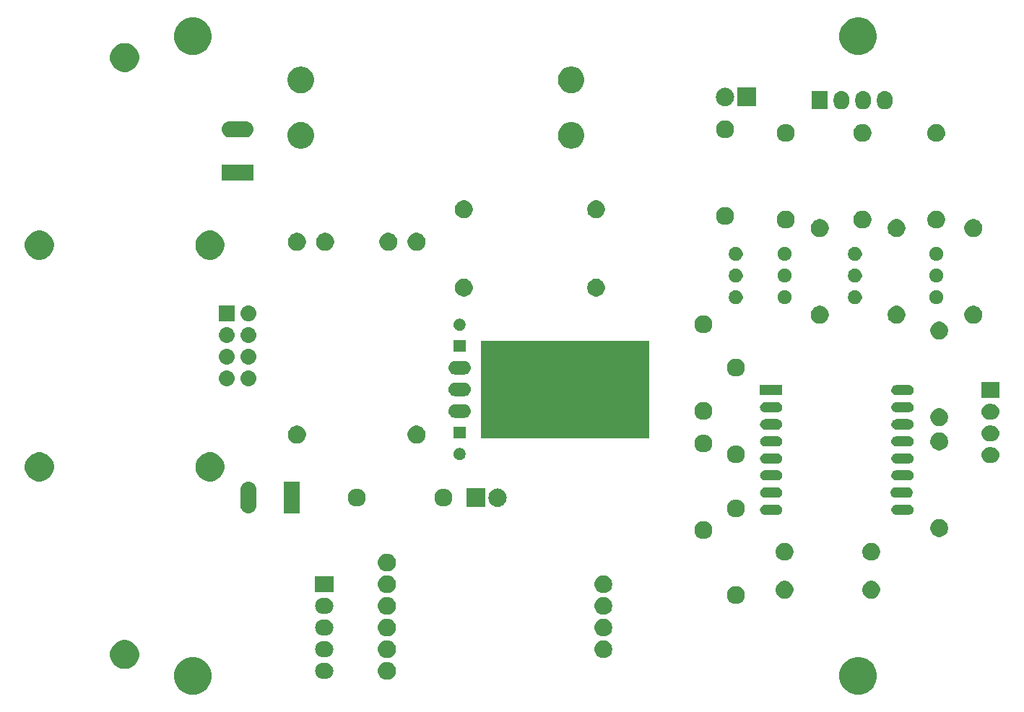
<source format=gbr>
G04 #@! TF.GenerationSoftware,KiCad,Pcbnew,5.0.2-bee76a0~70~ubuntu18.04.1*
G04 #@! TF.CreationDate,2019-05-07T12:57:47+02:00*
G04 #@! TF.ProjectId,pcb_wifi,7063625f-7769-4666-992e-6b696361645f,rev?*
G04 #@! TF.SameCoordinates,Original*
G04 #@! TF.FileFunction,Soldermask,Top*
G04 #@! TF.FilePolarity,Negative*
%FSLAX46Y46*%
G04 Gerber Fmt 4.6, Leading zero omitted, Abs format (unit mm)*
G04 Created by KiCad (PCBNEW 5.0.2-bee76a0~70~ubuntu18.04.1) date Di 07 Mai 2019 12:57:47 CEST*
%MOMM*%
%LPD*%
G01*
G04 APERTURE LIST*
%ADD10C,0.100000*%
G04 APERTURE END LIST*
D10*
G36*
X152142006Y-120383582D02*
X152542565Y-120549499D01*
X152903059Y-120790373D01*
X153209627Y-121096941D01*
X153450501Y-121457435D01*
X153616418Y-121857994D01*
X153701000Y-122283219D01*
X153701000Y-122716781D01*
X153616418Y-123142006D01*
X153450501Y-123542565D01*
X153209627Y-123903059D01*
X152903059Y-124209627D01*
X152542565Y-124450501D01*
X152142006Y-124616418D01*
X151716781Y-124701000D01*
X151283219Y-124701000D01*
X150857994Y-124616418D01*
X150457435Y-124450501D01*
X150096941Y-124209627D01*
X149790373Y-123903059D01*
X149549499Y-123542565D01*
X149383582Y-123142006D01*
X149299000Y-122716781D01*
X149299000Y-122283219D01*
X149383582Y-121857994D01*
X149549499Y-121457435D01*
X149790373Y-121096941D01*
X150096941Y-120790373D01*
X150457435Y-120549499D01*
X150857994Y-120383582D01*
X151283219Y-120299000D01*
X151716781Y-120299000D01*
X152142006Y-120383582D01*
X152142006Y-120383582D01*
G37*
G36*
X74142006Y-120383582D02*
X74542565Y-120549499D01*
X74903059Y-120790373D01*
X75209627Y-121096941D01*
X75450501Y-121457435D01*
X75616418Y-121857994D01*
X75701000Y-122283219D01*
X75701000Y-122716781D01*
X75616418Y-123142006D01*
X75450501Y-123542565D01*
X75209627Y-123903059D01*
X74903059Y-124209627D01*
X74542565Y-124450501D01*
X74142006Y-124616418D01*
X73716781Y-124701000D01*
X73283219Y-124701000D01*
X72857994Y-124616418D01*
X72457435Y-124450501D01*
X72096941Y-124209627D01*
X71790373Y-123903059D01*
X71549499Y-123542565D01*
X71383582Y-123142006D01*
X71299000Y-122716781D01*
X71299000Y-122283219D01*
X71383582Y-121857994D01*
X71549499Y-121457435D01*
X71790373Y-121096941D01*
X72096941Y-120790373D01*
X72457435Y-120549499D01*
X72857994Y-120383582D01*
X73283219Y-120299000D01*
X73716781Y-120299000D01*
X74142006Y-120383582D01*
X74142006Y-120383582D01*
G37*
G36*
X96556565Y-120909389D02*
X96747834Y-120988615D01*
X96919976Y-121103637D01*
X97066363Y-121250024D01*
X97181385Y-121422166D01*
X97260611Y-121613435D01*
X97301000Y-121816484D01*
X97301000Y-122023516D01*
X97260611Y-122226565D01*
X97181385Y-122417834D01*
X97066363Y-122589976D01*
X96919976Y-122736363D01*
X96747834Y-122851385D01*
X96556565Y-122930611D01*
X96353516Y-122971000D01*
X96146484Y-122971000D01*
X95943435Y-122930611D01*
X95752166Y-122851385D01*
X95580024Y-122736363D01*
X95433637Y-122589976D01*
X95318615Y-122417834D01*
X95239389Y-122226565D01*
X95199000Y-122023516D01*
X95199000Y-121816484D01*
X95239389Y-121613435D01*
X95318615Y-121422166D01*
X95433637Y-121250024D01*
X95580024Y-121103637D01*
X95752166Y-120988615D01*
X95943435Y-120909389D01*
X96146484Y-120869000D01*
X96353516Y-120869000D01*
X96556565Y-120909389D01*
X96556565Y-120909389D01*
G37*
G36*
X89231694Y-121018633D02*
X89404094Y-121070931D01*
X89404096Y-121070932D01*
X89562983Y-121155859D01*
X89562985Y-121155860D01*
X89562984Y-121155860D01*
X89702249Y-121270151D01*
X89816540Y-121409416D01*
X89901469Y-121568306D01*
X89953767Y-121740706D01*
X89971425Y-121920000D01*
X89953767Y-122099294D01*
X89901469Y-122271694D01*
X89901468Y-122271696D01*
X89816541Y-122430583D01*
X89702249Y-122569849D01*
X89562983Y-122684141D01*
X89465279Y-122736365D01*
X89404094Y-122769069D01*
X89231694Y-122821367D01*
X89097331Y-122834600D01*
X88702669Y-122834600D01*
X88568306Y-122821367D01*
X88395906Y-122769069D01*
X88334721Y-122736365D01*
X88237017Y-122684141D01*
X88097751Y-122569849D01*
X87983459Y-122430583D01*
X87898532Y-122271696D01*
X87898531Y-122271694D01*
X87846233Y-122099294D01*
X87828575Y-121920000D01*
X87846233Y-121740706D01*
X87898531Y-121568306D01*
X87983460Y-121409416D01*
X88097751Y-121270151D01*
X88237016Y-121155860D01*
X88237015Y-121155860D01*
X88237017Y-121155859D01*
X88395904Y-121070932D01*
X88395906Y-121070931D01*
X88568306Y-121018633D01*
X88702669Y-121005400D01*
X89097331Y-121005400D01*
X89231694Y-121018633D01*
X89231694Y-121018633D01*
G37*
G36*
X65996160Y-118364368D02*
X65996162Y-118364369D01*
X65996163Y-118364369D01*
X66110514Y-118411735D01*
X66305726Y-118492594D01*
X66584327Y-118678749D01*
X66821251Y-118915673D01*
X67007406Y-119194274D01*
X67135632Y-119503840D01*
X67201000Y-119832465D01*
X67201000Y-120167535D01*
X67135632Y-120496160D01*
X67007406Y-120805726D01*
X66821251Y-121084327D01*
X66584327Y-121321251D01*
X66305726Y-121507406D01*
X66158700Y-121568306D01*
X65996163Y-121635631D01*
X65996162Y-121635631D01*
X65996160Y-121635632D01*
X65667535Y-121701000D01*
X65332465Y-121701000D01*
X65003840Y-121635632D01*
X65003838Y-121635631D01*
X65003837Y-121635631D01*
X64841300Y-121568306D01*
X64694274Y-121507406D01*
X64415673Y-121321251D01*
X64178749Y-121084327D01*
X63992594Y-120805726D01*
X63864368Y-120496160D01*
X63799000Y-120167535D01*
X63799000Y-119832465D01*
X63864368Y-119503840D01*
X63992594Y-119194274D01*
X64178749Y-118915673D01*
X64415673Y-118678749D01*
X64694274Y-118492594D01*
X64889486Y-118411735D01*
X65003837Y-118364369D01*
X65003838Y-118364369D01*
X65003840Y-118364368D01*
X65332465Y-118299000D01*
X65667535Y-118299000D01*
X65996160Y-118364368D01*
X65996160Y-118364368D01*
G37*
G36*
X121936565Y-118369389D02*
X122127834Y-118448615D01*
X122299976Y-118563637D01*
X122446363Y-118710024D01*
X122561385Y-118882166D01*
X122640611Y-119073435D01*
X122681000Y-119276484D01*
X122681000Y-119483516D01*
X122640611Y-119686565D01*
X122561385Y-119877834D01*
X122446363Y-120049976D01*
X122299976Y-120196363D01*
X122127834Y-120311385D01*
X121936565Y-120390611D01*
X121733516Y-120431000D01*
X121526484Y-120431000D01*
X121323435Y-120390611D01*
X121132166Y-120311385D01*
X120960024Y-120196363D01*
X120813637Y-120049976D01*
X120698615Y-119877834D01*
X120619389Y-119686565D01*
X120579000Y-119483516D01*
X120579000Y-119276484D01*
X120619389Y-119073435D01*
X120698615Y-118882166D01*
X120813637Y-118710024D01*
X120960024Y-118563637D01*
X121132166Y-118448615D01*
X121323435Y-118369389D01*
X121526484Y-118329000D01*
X121733516Y-118329000D01*
X121936565Y-118369389D01*
X121936565Y-118369389D01*
G37*
G36*
X96556565Y-118369389D02*
X96747834Y-118448615D01*
X96919976Y-118563637D01*
X97066363Y-118710024D01*
X97181385Y-118882166D01*
X97260611Y-119073435D01*
X97301000Y-119276484D01*
X97301000Y-119483516D01*
X97260611Y-119686565D01*
X97181385Y-119877834D01*
X97066363Y-120049976D01*
X96919976Y-120196363D01*
X96747834Y-120311385D01*
X96556565Y-120390611D01*
X96353516Y-120431000D01*
X96146484Y-120431000D01*
X95943435Y-120390611D01*
X95752166Y-120311385D01*
X95580024Y-120196363D01*
X95433637Y-120049976D01*
X95318615Y-119877834D01*
X95239389Y-119686565D01*
X95199000Y-119483516D01*
X95199000Y-119276484D01*
X95239389Y-119073435D01*
X95318615Y-118882166D01*
X95433637Y-118710024D01*
X95580024Y-118563637D01*
X95752166Y-118448615D01*
X95943435Y-118369389D01*
X96146484Y-118329000D01*
X96353516Y-118329000D01*
X96556565Y-118369389D01*
X96556565Y-118369389D01*
G37*
G36*
X89231694Y-118478633D02*
X89404094Y-118530931D01*
X89404096Y-118530932D01*
X89562983Y-118615859D01*
X89562985Y-118615860D01*
X89562984Y-118615860D01*
X89702249Y-118730151D01*
X89816540Y-118869416D01*
X89901469Y-119028306D01*
X89953767Y-119200706D01*
X89971425Y-119380000D01*
X89953767Y-119559294D01*
X89901469Y-119731694D01*
X89901468Y-119731696D01*
X89816541Y-119890583D01*
X89702249Y-120029849D01*
X89562983Y-120144141D01*
X89465279Y-120196365D01*
X89404094Y-120229069D01*
X89231694Y-120281367D01*
X89097331Y-120294600D01*
X88702669Y-120294600D01*
X88568306Y-120281367D01*
X88395906Y-120229069D01*
X88334721Y-120196365D01*
X88237017Y-120144141D01*
X88097751Y-120029849D01*
X87983459Y-119890583D01*
X87898532Y-119731696D01*
X87898531Y-119731694D01*
X87846233Y-119559294D01*
X87828575Y-119380000D01*
X87846233Y-119200706D01*
X87898531Y-119028306D01*
X87983460Y-118869416D01*
X88097751Y-118730151D01*
X88237016Y-118615860D01*
X88237015Y-118615860D01*
X88237017Y-118615859D01*
X88395904Y-118530932D01*
X88395906Y-118530931D01*
X88568306Y-118478633D01*
X88702669Y-118465400D01*
X89097331Y-118465400D01*
X89231694Y-118478633D01*
X89231694Y-118478633D01*
G37*
G36*
X121936565Y-115829389D02*
X122127834Y-115908615D01*
X122299976Y-116023637D01*
X122446363Y-116170024D01*
X122561385Y-116342166D01*
X122640611Y-116533435D01*
X122681000Y-116736484D01*
X122681000Y-116943516D01*
X122640611Y-117146565D01*
X122561385Y-117337834D01*
X122446363Y-117509976D01*
X122299976Y-117656363D01*
X122127834Y-117771385D01*
X121936565Y-117850611D01*
X121733516Y-117891000D01*
X121526484Y-117891000D01*
X121323435Y-117850611D01*
X121132166Y-117771385D01*
X120960024Y-117656363D01*
X120813637Y-117509976D01*
X120698615Y-117337834D01*
X120619389Y-117146565D01*
X120579000Y-116943516D01*
X120579000Y-116736484D01*
X120619389Y-116533435D01*
X120698615Y-116342166D01*
X120813637Y-116170024D01*
X120960024Y-116023637D01*
X121132166Y-115908615D01*
X121323435Y-115829389D01*
X121526484Y-115789000D01*
X121733516Y-115789000D01*
X121936565Y-115829389D01*
X121936565Y-115829389D01*
G37*
G36*
X96556565Y-115829389D02*
X96747834Y-115908615D01*
X96919976Y-116023637D01*
X97066363Y-116170024D01*
X97181385Y-116342166D01*
X97260611Y-116533435D01*
X97301000Y-116736484D01*
X97301000Y-116943516D01*
X97260611Y-117146565D01*
X97181385Y-117337834D01*
X97066363Y-117509976D01*
X96919976Y-117656363D01*
X96747834Y-117771385D01*
X96556565Y-117850611D01*
X96353516Y-117891000D01*
X96146484Y-117891000D01*
X95943435Y-117850611D01*
X95752166Y-117771385D01*
X95580024Y-117656363D01*
X95433637Y-117509976D01*
X95318615Y-117337834D01*
X95239389Y-117146565D01*
X95199000Y-116943516D01*
X95199000Y-116736484D01*
X95239389Y-116533435D01*
X95318615Y-116342166D01*
X95433637Y-116170024D01*
X95580024Y-116023637D01*
X95752166Y-115908615D01*
X95943435Y-115829389D01*
X96146484Y-115789000D01*
X96353516Y-115789000D01*
X96556565Y-115829389D01*
X96556565Y-115829389D01*
G37*
G36*
X89231694Y-115938633D02*
X89404094Y-115990931D01*
X89404096Y-115990932D01*
X89562983Y-116075859D01*
X89562985Y-116075860D01*
X89562984Y-116075860D01*
X89702249Y-116190151D01*
X89816540Y-116329416D01*
X89901469Y-116488306D01*
X89953767Y-116660706D01*
X89971425Y-116840000D01*
X89953767Y-117019294D01*
X89901469Y-117191694D01*
X89901468Y-117191696D01*
X89816541Y-117350583D01*
X89702249Y-117489849D01*
X89562983Y-117604141D01*
X89465279Y-117656365D01*
X89404094Y-117689069D01*
X89231694Y-117741367D01*
X89097331Y-117754600D01*
X88702669Y-117754600D01*
X88568306Y-117741367D01*
X88395906Y-117689069D01*
X88334721Y-117656365D01*
X88237017Y-117604141D01*
X88097751Y-117489849D01*
X87983459Y-117350583D01*
X87898532Y-117191696D01*
X87898531Y-117191694D01*
X87846233Y-117019294D01*
X87828575Y-116840000D01*
X87846233Y-116660706D01*
X87898531Y-116488306D01*
X87983460Y-116329416D01*
X88097751Y-116190151D01*
X88237016Y-116075860D01*
X88237015Y-116075860D01*
X88237017Y-116075859D01*
X88395904Y-115990932D01*
X88395906Y-115990931D01*
X88568306Y-115938633D01*
X88702669Y-115925400D01*
X89097331Y-115925400D01*
X89231694Y-115938633D01*
X89231694Y-115938633D01*
G37*
G36*
X121936565Y-113289389D02*
X122127834Y-113368615D01*
X122299976Y-113483637D01*
X122446363Y-113630024D01*
X122561385Y-113802166D01*
X122640611Y-113993435D01*
X122681000Y-114196484D01*
X122681000Y-114403516D01*
X122640611Y-114606565D01*
X122561385Y-114797834D01*
X122446363Y-114969976D01*
X122299976Y-115116363D01*
X122127834Y-115231385D01*
X121936565Y-115310611D01*
X121733516Y-115351000D01*
X121526484Y-115351000D01*
X121323435Y-115310611D01*
X121132166Y-115231385D01*
X120960024Y-115116363D01*
X120813637Y-114969976D01*
X120698615Y-114797834D01*
X120619389Y-114606565D01*
X120579000Y-114403516D01*
X120579000Y-114196484D01*
X120619389Y-113993435D01*
X120698615Y-113802166D01*
X120813637Y-113630024D01*
X120960024Y-113483637D01*
X121132166Y-113368615D01*
X121323435Y-113289389D01*
X121526484Y-113249000D01*
X121733516Y-113249000D01*
X121936565Y-113289389D01*
X121936565Y-113289389D01*
G37*
G36*
X96556565Y-113289389D02*
X96747834Y-113368615D01*
X96919976Y-113483637D01*
X97066363Y-113630024D01*
X97181385Y-113802166D01*
X97260611Y-113993435D01*
X97301000Y-114196484D01*
X97301000Y-114403516D01*
X97260611Y-114606565D01*
X97181385Y-114797834D01*
X97066363Y-114969976D01*
X96919976Y-115116363D01*
X96747834Y-115231385D01*
X96556565Y-115310611D01*
X96353516Y-115351000D01*
X96146484Y-115351000D01*
X95943435Y-115310611D01*
X95752166Y-115231385D01*
X95580024Y-115116363D01*
X95433637Y-114969976D01*
X95318615Y-114797834D01*
X95239389Y-114606565D01*
X95199000Y-114403516D01*
X95199000Y-114196484D01*
X95239389Y-113993435D01*
X95318615Y-113802166D01*
X95433637Y-113630024D01*
X95580024Y-113483637D01*
X95752166Y-113368615D01*
X95943435Y-113289389D01*
X96146484Y-113249000D01*
X96353516Y-113249000D01*
X96556565Y-113289389D01*
X96556565Y-113289389D01*
G37*
G36*
X89231694Y-113398633D02*
X89404094Y-113450931D01*
X89404096Y-113450932D01*
X89562983Y-113535859D01*
X89702249Y-113650151D01*
X89816541Y-113789417D01*
X89901468Y-113948304D01*
X89901469Y-113948306D01*
X89953767Y-114120706D01*
X89971425Y-114300000D01*
X89953767Y-114479294D01*
X89901469Y-114651694D01*
X89901468Y-114651696D01*
X89816541Y-114810583D01*
X89702249Y-114949849D01*
X89562983Y-115064141D01*
X89465279Y-115116365D01*
X89404094Y-115149069D01*
X89231694Y-115201367D01*
X89097331Y-115214600D01*
X88702669Y-115214600D01*
X88568306Y-115201367D01*
X88395906Y-115149069D01*
X88334721Y-115116365D01*
X88237017Y-115064141D01*
X88097751Y-114949849D01*
X87983459Y-114810583D01*
X87898532Y-114651696D01*
X87898531Y-114651694D01*
X87846233Y-114479294D01*
X87828575Y-114300000D01*
X87846233Y-114120706D01*
X87898531Y-113948306D01*
X87898532Y-113948304D01*
X87983459Y-113789417D01*
X88097751Y-113650151D01*
X88237017Y-113535859D01*
X88395904Y-113450932D01*
X88395906Y-113450931D01*
X88568306Y-113398633D01*
X88702669Y-113385400D01*
X89097331Y-113385400D01*
X89231694Y-113398633D01*
X89231694Y-113398633D01*
G37*
G36*
X137466414Y-112019879D02*
X137466416Y-112019880D01*
X137466417Y-112019880D01*
X137632281Y-112088583D01*
X137657594Y-112099068D01*
X137829651Y-112214033D01*
X137975967Y-112360349D01*
X137975969Y-112360352D01*
X138090932Y-112532406D01*
X138160939Y-112701417D01*
X138170121Y-112723586D01*
X138210490Y-112926534D01*
X138210490Y-113133466D01*
X138179475Y-113289390D01*
X138170120Y-113336417D01*
X138122687Y-113450931D01*
X138090932Y-113527594D01*
X137975967Y-113699651D01*
X137829651Y-113845967D01*
X137829648Y-113845969D01*
X137657594Y-113960932D01*
X137466417Y-114040120D01*
X137466416Y-114040120D01*
X137466414Y-114040121D01*
X137263466Y-114080490D01*
X137056534Y-114080490D01*
X136853586Y-114040121D01*
X136853584Y-114040120D01*
X136853583Y-114040120D01*
X136662406Y-113960932D01*
X136490352Y-113845969D01*
X136490349Y-113845967D01*
X136344033Y-113699651D01*
X136229068Y-113527594D01*
X136197313Y-113450931D01*
X136149880Y-113336417D01*
X136140526Y-113289390D01*
X136109510Y-113133466D01*
X136109510Y-112926534D01*
X136149879Y-112723586D01*
X136159062Y-112701417D01*
X136229068Y-112532406D01*
X136344031Y-112360352D01*
X136344033Y-112360349D01*
X136490349Y-112214033D01*
X136662406Y-112099068D01*
X136687719Y-112088583D01*
X136853583Y-112019880D01*
X136853584Y-112019880D01*
X136853586Y-112019879D01*
X137056534Y-111979510D01*
X137263466Y-111979510D01*
X137466414Y-112019879D01*
X137466414Y-112019879D01*
G37*
G36*
X143181414Y-111384879D02*
X143181416Y-111384880D01*
X143181417Y-111384880D01*
X143346924Y-111453435D01*
X143372594Y-111464068D01*
X143544651Y-111579033D01*
X143690967Y-111725349D01*
X143690969Y-111725352D01*
X143805932Y-111897406D01*
X143839941Y-111979510D01*
X143885121Y-112088586D01*
X143925490Y-112291534D01*
X143925490Y-112498466D01*
X143887116Y-112691385D01*
X143885120Y-112701417D01*
X143875937Y-112723586D01*
X143805932Y-112892594D01*
X143690967Y-113064651D01*
X143544651Y-113210967D01*
X143544648Y-113210969D01*
X143372594Y-113325932D01*
X143181417Y-113405120D01*
X143181416Y-113405120D01*
X143181414Y-113405121D01*
X142978466Y-113445490D01*
X142771534Y-113445490D01*
X142568586Y-113405121D01*
X142568584Y-113405120D01*
X142568583Y-113405120D01*
X142377406Y-113325932D01*
X142205352Y-113210969D01*
X142205349Y-113210967D01*
X142059033Y-113064651D01*
X141944068Y-112892594D01*
X141874063Y-112723586D01*
X141864880Y-112701417D01*
X141862885Y-112691385D01*
X141824510Y-112498466D01*
X141824510Y-112291534D01*
X141864879Y-112088586D01*
X141910060Y-111979510D01*
X141944068Y-111897406D01*
X142059031Y-111725352D01*
X142059033Y-111725349D01*
X142205349Y-111579033D01*
X142377406Y-111464068D01*
X142403076Y-111453435D01*
X142568583Y-111384880D01*
X142568584Y-111384880D01*
X142568586Y-111384879D01*
X142771534Y-111344510D01*
X142978466Y-111344510D01*
X143181414Y-111384879D01*
X143181414Y-111384879D01*
G37*
G36*
X153341414Y-111384879D02*
X153341416Y-111384880D01*
X153341417Y-111384880D01*
X153506924Y-111453435D01*
X153532594Y-111464068D01*
X153704651Y-111579033D01*
X153850967Y-111725349D01*
X153850969Y-111725352D01*
X153965932Y-111897406D01*
X153999941Y-111979510D01*
X154045121Y-112088586D01*
X154085490Y-112291534D01*
X154085490Y-112498466D01*
X154047116Y-112691385D01*
X154045120Y-112701417D01*
X154035937Y-112723586D01*
X153965932Y-112892594D01*
X153850967Y-113064651D01*
X153704651Y-113210967D01*
X153704648Y-113210969D01*
X153532594Y-113325932D01*
X153341417Y-113405120D01*
X153341416Y-113405120D01*
X153341414Y-113405121D01*
X153138466Y-113445490D01*
X152931534Y-113445490D01*
X152728586Y-113405121D01*
X152728584Y-113405120D01*
X152728583Y-113405120D01*
X152537406Y-113325932D01*
X152365352Y-113210969D01*
X152365349Y-113210967D01*
X152219033Y-113064651D01*
X152104068Y-112892594D01*
X152034063Y-112723586D01*
X152024880Y-112701417D01*
X152022885Y-112691385D01*
X151984510Y-112498466D01*
X151984510Y-112291534D01*
X152024879Y-112088586D01*
X152070060Y-111979510D01*
X152104068Y-111897406D01*
X152219031Y-111725352D01*
X152219033Y-111725349D01*
X152365349Y-111579033D01*
X152537406Y-111464068D01*
X152563076Y-111453435D01*
X152728583Y-111384880D01*
X152728584Y-111384880D01*
X152728586Y-111384879D01*
X152931534Y-111344510D01*
X153138466Y-111344510D01*
X153341414Y-111384879D01*
X153341414Y-111384879D01*
G37*
G36*
X96556565Y-110749389D02*
X96747834Y-110828615D01*
X96919976Y-110943637D01*
X97066363Y-111090024D01*
X97181385Y-111262166D01*
X97260611Y-111453435D01*
X97301000Y-111656484D01*
X97301000Y-111863516D01*
X97260611Y-112066565D01*
X97181385Y-112257834D01*
X97066363Y-112429976D01*
X96919976Y-112576363D01*
X96747834Y-112691385D01*
X96556565Y-112770611D01*
X96353516Y-112811000D01*
X96146484Y-112811000D01*
X95943435Y-112770611D01*
X95752166Y-112691385D01*
X95580024Y-112576363D01*
X95433637Y-112429976D01*
X95318615Y-112257834D01*
X95239389Y-112066565D01*
X95199000Y-111863516D01*
X95199000Y-111656484D01*
X95239389Y-111453435D01*
X95318615Y-111262166D01*
X95433637Y-111090024D01*
X95580024Y-110943637D01*
X95752166Y-110828615D01*
X95943435Y-110749389D01*
X96146484Y-110709000D01*
X96353516Y-110709000D01*
X96556565Y-110749389D01*
X96556565Y-110749389D01*
G37*
G36*
X121936565Y-110749389D02*
X122127834Y-110828615D01*
X122299976Y-110943637D01*
X122446363Y-111090024D01*
X122561385Y-111262166D01*
X122640611Y-111453435D01*
X122681000Y-111656484D01*
X122681000Y-111863516D01*
X122640611Y-112066565D01*
X122561385Y-112257834D01*
X122446363Y-112429976D01*
X122299976Y-112576363D01*
X122127834Y-112691385D01*
X121936565Y-112770611D01*
X121733516Y-112811000D01*
X121526484Y-112811000D01*
X121323435Y-112770611D01*
X121132166Y-112691385D01*
X120960024Y-112576363D01*
X120813637Y-112429976D01*
X120698615Y-112257834D01*
X120619389Y-112066565D01*
X120579000Y-111863516D01*
X120579000Y-111656484D01*
X120619389Y-111453435D01*
X120698615Y-111262166D01*
X120813637Y-111090024D01*
X120960024Y-110943637D01*
X121132166Y-110828615D01*
X121323435Y-110749389D01*
X121526484Y-110709000D01*
X121733516Y-110709000D01*
X121936565Y-110749389D01*
X121936565Y-110749389D01*
G37*
G36*
X89967000Y-112674600D02*
X87833000Y-112674600D01*
X87833000Y-110845400D01*
X89967000Y-110845400D01*
X89967000Y-112674600D01*
X89967000Y-112674600D01*
G37*
G36*
X96556565Y-108209389D02*
X96747834Y-108288615D01*
X96919976Y-108403637D01*
X97066363Y-108550024D01*
X97181385Y-108722166D01*
X97260611Y-108913435D01*
X97301000Y-109116484D01*
X97301000Y-109323516D01*
X97260611Y-109526565D01*
X97181385Y-109717834D01*
X97066363Y-109889976D01*
X96919976Y-110036363D01*
X96747834Y-110151385D01*
X96556565Y-110230611D01*
X96353516Y-110271000D01*
X96146484Y-110271000D01*
X95943435Y-110230611D01*
X95752166Y-110151385D01*
X95580024Y-110036363D01*
X95433637Y-109889976D01*
X95318615Y-109717834D01*
X95239389Y-109526565D01*
X95199000Y-109323516D01*
X95199000Y-109116484D01*
X95239389Y-108913435D01*
X95318615Y-108722166D01*
X95433637Y-108550024D01*
X95580024Y-108403637D01*
X95752166Y-108288615D01*
X95943435Y-108209389D01*
X96146484Y-108169000D01*
X96353516Y-108169000D01*
X96556565Y-108209389D01*
X96556565Y-108209389D01*
G37*
G36*
X143181414Y-106939879D02*
X143181416Y-106939880D01*
X143181417Y-106939880D01*
X143372594Y-107019068D01*
X143544651Y-107134033D01*
X143690967Y-107280349D01*
X143805932Y-107452406D01*
X143885121Y-107643586D01*
X143925490Y-107846534D01*
X143925490Y-108053466D01*
X143885121Y-108256414D01*
X143805932Y-108447594D01*
X143690967Y-108619651D01*
X143544651Y-108765967D01*
X143544648Y-108765969D01*
X143372594Y-108880932D01*
X143181417Y-108960120D01*
X143181416Y-108960120D01*
X143181414Y-108960121D01*
X142978466Y-109000490D01*
X142771534Y-109000490D01*
X142568586Y-108960121D01*
X142568584Y-108960120D01*
X142568583Y-108960120D01*
X142377406Y-108880932D01*
X142205352Y-108765969D01*
X142205349Y-108765967D01*
X142059033Y-108619651D01*
X141944068Y-108447594D01*
X141864879Y-108256414D01*
X141824510Y-108053466D01*
X141824510Y-107846534D01*
X141864879Y-107643586D01*
X141944068Y-107452406D01*
X142059033Y-107280349D01*
X142205349Y-107134033D01*
X142377406Y-107019068D01*
X142568583Y-106939880D01*
X142568584Y-106939880D01*
X142568586Y-106939879D01*
X142771534Y-106899510D01*
X142978466Y-106899510D01*
X143181414Y-106939879D01*
X143181414Y-106939879D01*
G37*
G36*
X153341414Y-106939879D02*
X153341416Y-106939880D01*
X153341417Y-106939880D01*
X153532594Y-107019068D01*
X153704651Y-107134033D01*
X153850967Y-107280349D01*
X153965932Y-107452406D01*
X154045121Y-107643586D01*
X154085490Y-107846534D01*
X154085490Y-108053466D01*
X154045121Y-108256414D01*
X153965932Y-108447594D01*
X153850967Y-108619651D01*
X153704651Y-108765967D01*
X153704648Y-108765969D01*
X153532594Y-108880932D01*
X153341417Y-108960120D01*
X153341416Y-108960120D01*
X153341414Y-108960121D01*
X153138466Y-109000490D01*
X152931534Y-109000490D01*
X152728586Y-108960121D01*
X152728584Y-108960120D01*
X152728583Y-108960120D01*
X152537406Y-108880932D01*
X152365352Y-108765969D01*
X152365349Y-108765967D01*
X152219033Y-108619651D01*
X152104068Y-108447594D01*
X152024879Y-108256414D01*
X151984510Y-108053466D01*
X151984510Y-107846534D01*
X152024879Y-107643586D01*
X152104068Y-107452406D01*
X152219033Y-107280349D01*
X152365349Y-107134033D01*
X152537406Y-107019068D01*
X152728583Y-106939880D01*
X152728584Y-106939880D01*
X152728586Y-106939879D01*
X152931534Y-106899510D01*
X153138466Y-106899510D01*
X153341414Y-106939879D01*
X153341414Y-106939879D01*
G37*
G36*
X133656414Y-104399879D02*
X133656416Y-104399880D01*
X133656417Y-104399880D01*
X133847594Y-104479068D01*
X134019651Y-104594033D01*
X134165967Y-104740349D01*
X134165969Y-104740352D01*
X134280932Y-104912406D01*
X134340633Y-105056536D01*
X134360121Y-105103586D01*
X134400490Y-105306534D01*
X134400490Y-105513466D01*
X134360121Y-105716414D01*
X134280932Y-105907594D01*
X134165967Y-106079651D01*
X134019651Y-106225967D01*
X134019648Y-106225969D01*
X133847594Y-106340932D01*
X133656417Y-106420120D01*
X133656416Y-106420120D01*
X133656414Y-106420121D01*
X133453466Y-106460490D01*
X133246534Y-106460490D01*
X133043586Y-106420121D01*
X133043584Y-106420120D01*
X133043583Y-106420120D01*
X132852406Y-106340932D01*
X132680352Y-106225969D01*
X132680349Y-106225967D01*
X132534033Y-106079651D01*
X132419068Y-105907594D01*
X132339879Y-105716414D01*
X132299510Y-105513466D01*
X132299510Y-105306534D01*
X132339879Y-105103586D01*
X132359368Y-105056536D01*
X132419068Y-104912406D01*
X132534031Y-104740352D01*
X132534033Y-104740349D01*
X132680349Y-104594033D01*
X132852406Y-104479068D01*
X133043583Y-104399880D01*
X133043584Y-104399880D01*
X133043586Y-104399879D01*
X133246534Y-104359510D01*
X133453466Y-104359510D01*
X133656414Y-104399879D01*
X133656414Y-104399879D01*
G37*
G36*
X161306414Y-104149879D02*
X161306416Y-104149880D01*
X161306417Y-104149880D01*
X161497594Y-104229068D01*
X161669651Y-104344033D01*
X161815967Y-104490349D01*
X161930932Y-104662406D01*
X162010121Y-104853586D01*
X162050490Y-105056534D01*
X162050490Y-105263466D01*
X162041923Y-105306536D01*
X162010120Y-105466417D01*
X161990632Y-105513466D01*
X161930932Y-105657594D01*
X161815967Y-105829651D01*
X161669651Y-105975967D01*
X161669648Y-105975969D01*
X161497594Y-106090932D01*
X161306417Y-106170120D01*
X161306416Y-106170120D01*
X161306414Y-106170121D01*
X161103466Y-106210490D01*
X160896534Y-106210490D01*
X160693586Y-106170121D01*
X160693584Y-106170120D01*
X160693583Y-106170120D01*
X160502406Y-106090932D01*
X160330352Y-105975969D01*
X160330349Y-105975967D01*
X160184033Y-105829651D01*
X160069068Y-105657594D01*
X160009368Y-105513466D01*
X159989880Y-105466417D01*
X159958078Y-105306536D01*
X159949510Y-105263466D01*
X159949510Y-105056534D01*
X159989879Y-104853586D01*
X160069068Y-104662406D01*
X160184033Y-104490349D01*
X160330349Y-104344033D01*
X160502406Y-104229068D01*
X160693583Y-104149880D01*
X160693584Y-104149880D01*
X160693586Y-104149879D01*
X160896534Y-104109510D01*
X161103466Y-104109510D01*
X161306414Y-104149879D01*
X161306414Y-104149879D01*
G37*
G36*
X137466414Y-101859879D02*
X137466416Y-101859880D01*
X137466417Y-101859880D01*
X137578760Y-101906414D01*
X137657594Y-101939068D01*
X137829651Y-102054033D01*
X137975967Y-102200349D01*
X137975969Y-102200352D01*
X138090932Y-102372406D01*
X138163133Y-102546714D01*
X138170121Y-102563586D01*
X138210490Y-102766534D01*
X138210490Y-102973466D01*
X138170261Y-103175712D01*
X138170120Y-103176417D01*
X138121186Y-103294554D01*
X138090932Y-103367594D01*
X137975967Y-103539651D01*
X137829651Y-103685967D01*
X137829648Y-103685969D01*
X137657594Y-103800932D01*
X137466417Y-103880120D01*
X137466416Y-103880120D01*
X137466414Y-103880121D01*
X137263466Y-103920490D01*
X137056534Y-103920490D01*
X136853586Y-103880121D01*
X136853584Y-103880120D01*
X136853583Y-103880120D01*
X136662406Y-103800932D01*
X136490352Y-103685969D01*
X136490349Y-103685967D01*
X136344033Y-103539651D01*
X136229068Y-103367594D01*
X136198814Y-103294554D01*
X136149880Y-103176417D01*
X136149740Y-103175712D01*
X136109510Y-102973466D01*
X136109510Y-102766534D01*
X136149879Y-102563586D01*
X136156868Y-102546714D01*
X136229068Y-102372406D01*
X136344031Y-102200352D01*
X136344033Y-102200349D01*
X136490349Y-102054033D01*
X136662406Y-101939068D01*
X136741240Y-101906414D01*
X136853583Y-101859880D01*
X136853584Y-101859880D01*
X136853586Y-101859879D01*
X137056534Y-101819510D01*
X137263466Y-101819510D01*
X137466414Y-101859879D01*
X137466414Y-101859879D01*
G37*
G36*
X157517818Y-102407696D02*
X157631105Y-102442062D01*
X157735513Y-102497869D01*
X157827027Y-102572973D01*
X157902131Y-102664487D01*
X157957938Y-102768895D01*
X157992304Y-102882182D01*
X158003907Y-103000000D01*
X157992304Y-103117818D01*
X157957938Y-103231105D01*
X157902131Y-103335513D01*
X157827027Y-103427027D01*
X157735513Y-103502131D01*
X157631105Y-103557938D01*
X157517818Y-103592304D01*
X157429519Y-103601000D01*
X155970481Y-103601000D01*
X155882182Y-103592304D01*
X155768895Y-103557938D01*
X155664487Y-103502131D01*
X155572973Y-103427027D01*
X155497869Y-103335513D01*
X155442062Y-103231105D01*
X155407696Y-103117818D01*
X155396093Y-103000000D01*
X155407696Y-102882182D01*
X155442062Y-102768895D01*
X155497869Y-102664487D01*
X155572973Y-102572973D01*
X155664487Y-102497869D01*
X155768895Y-102442062D01*
X155882182Y-102407696D01*
X155970481Y-102399000D01*
X157429519Y-102399000D01*
X157517818Y-102407696D01*
X157517818Y-102407696D01*
G37*
G36*
X142117818Y-102407696D02*
X142231105Y-102442062D01*
X142335513Y-102497869D01*
X142427027Y-102572973D01*
X142502131Y-102664487D01*
X142557938Y-102768895D01*
X142592304Y-102882182D01*
X142603907Y-103000000D01*
X142592304Y-103117818D01*
X142557938Y-103231105D01*
X142502131Y-103335513D01*
X142427027Y-103427027D01*
X142335513Y-103502131D01*
X142231105Y-103557938D01*
X142117818Y-103592304D01*
X142029519Y-103601000D01*
X140570481Y-103601000D01*
X140482182Y-103592304D01*
X140368895Y-103557938D01*
X140264487Y-103502131D01*
X140172973Y-103427027D01*
X140097869Y-103335513D01*
X140042062Y-103231105D01*
X140007696Y-103117818D01*
X139996093Y-103000000D01*
X140007696Y-102882182D01*
X140042062Y-102768895D01*
X140097869Y-102664487D01*
X140172973Y-102572973D01*
X140264487Y-102497869D01*
X140368895Y-102442062D01*
X140482182Y-102407696D01*
X140570481Y-102399000D01*
X142029519Y-102399000D01*
X142117818Y-102407696D01*
X142117818Y-102407696D01*
G37*
G36*
X80196425Y-99762760D02*
X80196428Y-99762761D01*
X80196429Y-99762761D01*
X80375693Y-99817140D01*
X80375695Y-99817141D01*
X80540905Y-99905448D01*
X80685712Y-100024288D01*
X80804552Y-100169095D01*
X80804553Y-100169097D01*
X80892860Y-100334307D01*
X80925547Y-100442062D01*
X80947240Y-100513575D01*
X80961000Y-100653282D01*
X80961000Y-102546718D01*
X80947240Y-102686425D01*
X80892859Y-102865695D01*
X80804552Y-103030905D01*
X80685712Y-103175712D01*
X80540904Y-103294554D01*
X80375697Y-103382858D01*
X80375694Y-103382859D01*
X80375692Y-103382860D01*
X80196428Y-103437239D01*
X80196427Y-103437239D01*
X80196424Y-103437240D01*
X80010000Y-103455601D01*
X79823575Y-103437240D01*
X79823572Y-103437239D01*
X79823571Y-103437239D01*
X79644307Y-103382860D01*
X79479097Y-103294553D01*
X79479095Y-103294552D01*
X79334288Y-103175712D01*
X79215446Y-103030904D01*
X79127142Y-102865697D01*
X79097062Y-102766536D01*
X79072761Y-102686428D01*
X79072761Y-102686427D01*
X79072760Y-102686424D01*
X79059000Y-102546717D01*
X79059000Y-100653283D01*
X79072761Y-100513575D01*
X79094454Y-100442062D01*
X79127141Y-100334307D01*
X79215448Y-100169097D01*
X79215449Y-100169095D01*
X79334289Y-100024288D01*
X79479096Y-99905448D01*
X79644306Y-99817141D01*
X79644308Y-99817140D01*
X79823572Y-99762761D01*
X79823573Y-99762761D01*
X79823576Y-99762760D01*
X80010000Y-99744399D01*
X80196425Y-99762760D01*
X80196425Y-99762760D01*
G37*
G36*
X86041000Y-103451000D02*
X84139000Y-103451000D01*
X84139000Y-99749000D01*
X86041000Y-99749000D01*
X86041000Y-103451000D01*
X86041000Y-103451000D01*
G37*
G36*
X107747000Y-102667000D02*
X105613000Y-102667000D01*
X105613000Y-100533000D01*
X107747000Y-100533000D01*
X107747000Y-102667000D01*
X107747000Y-102667000D01*
G37*
G36*
X109335114Y-100539176D02*
X109429168Y-100548439D01*
X109630299Y-100609451D01*
X109662899Y-100626876D01*
X109815662Y-100708529D01*
X109978133Y-100841867D01*
X110111471Y-101004338D01*
X110193124Y-101157101D01*
X110210549Y-101189701D01*
X110271561Y-101390832D01*
X110292162Y-101600000D01*
X110271561Y-101809168D01*
X110210549Y-102010299D01*
X110210546Y-102010304D01*
X110111471Y-102195662D01*
X109978133Y-102358133D01*
X109815662Y-102491471D01*
X109680743Y-102563586D01*
X109630299Y-102590549D01*
X109429168Y-102651561D01*
X109335114Y-102660824D01*
X109272413Y-102667000D01*
X109167587Y-102667000D01*
X109104886Y-102660824D01*
X109010832Y-102651561D01*
X108809701Y-102590549D01*
X108759257Y-102563586D01*
X108624338Y-102491471D01*
X108461867Y-102358133D01*
X108328529Y-102195662D01*
X108229454Y-102010304D01*
X108229451Y-102010299D01*
X108168439Y-101809168D01*
X108147838Y-101600000D01*
X108168439Y-101390832D01*
X108229451Y-101189701D01*
X108246876Y-101157101D01*
X108328529Y-101004338D01*
X108461867Y-100841867D01*
X108624338Y-100708529D01*
X108777101Y-100626876D01*
X108809701Y-100609451D01*
X109010832Y-100548439D01*
X109104886Y-100539176D01*
X109167587Y-100533000D01*
X109272413Y-100533000D01*
X109335114Y-100539176D01*
X109335114Y-100539176D01*
G37*
G36*
X93016414Y-100589879D02*
X93016416Y-100589880D01*
X93016417Y-100589880D01*
X93169493Y-100653286D01*
X93207594Y-100669068D01*
X93379651Y-100784033D01*
X93525967Y-100930349D01*
X93640932Y-101102406D01*
X93720121Y-101293586D01*
X93739464Y-101390832D01*
X93760490Y-101496536D01*
X93760490Y-101703464D01*
X93720120Y-101906417D01*
X93640932Y-102097594D01*
X93525967Y-102269651D01*
X93379651Y-102415967D01*
X93379648Y-102415969D01*
X93207594Y-102530932D01*
X93016417Y-102610120D01*
X93016416Y-102610120D01*
X93016414Y-102610121D01*
X92813466Y-102650490D01*
X92606534Y-102650490D01*
X92403586Y-102610121D01*
X92403584Y-102610120D01*
X92403583Y-102610120D01*
X92212406Y-102530932D01*
X92040352Y-102415969D01*
X92040349Y-102415967D01*
X91894033Y-102269651D01*
X91779068Y-102097594D01*
X91699880Y-101906417D01*
X91659510Y-101703464D01*
X91659510Y-101496536D01*
X91680536Y-101390832D01*
X91699879Y-101293586D01*
X91779068Y-101102406D01*
X91894033Y-100930349D01*
X92040349Y-100784033D01*
X92212406Y-100669068D01*
X92250507Y-100653286D01*
X92403583Y-100589880D01*
X92403584Y-100589880D01*
X92403586Y-100589879D01*
X92606534Y-100549510D01*
X92813466Y-100549510D01*
X93016414Y-100589879D01*
X93016414Y-100589879D01*
G37*
G36*
X103176414Y-100589879D02*
X103176416Y-100589880D01*
X103176417Y-100589880D01*
X103329493Y-100653286D01*
X103367594Y-100669068D01*
X103539651Y-100784033D01*
X103685967Y-100930349D01*
X103800932Y-101102406D01*
X103880121Y-101293586D01*
X103899464Y-101390832D01*
X103920490Y-101496536D01*
X103920490Y-101703464D01*
X103880120Y-101906417D01*
X103800932Y-102097594D01*
X103685967Y-102269651D01*
X103539651Y-102415967D01*
X103539648Y-102415969D01*
X103367594Y-102530932D01*
X103176417Y-102610120D01*
X103176416Y-102610120D01*
X103176414Y-102610121D01*
X102973466Y-102650490D01*
X102766534Y-102650490D01*
X102563586Y-102610121D01*
X102563584Y-102610120D01*
X102563583Y-102610120D01*
X102372406Y-102530932D01*
X102200352Y-102415969D01*
X102200349Y-102415967D01*
X102054033Y-102269651D01*
X101939068Y-102097594D01*
X101859880Y-101906417D01*
X101819510Y-101703464D01*
X101819510Y-101496536D01*
X101840536Y-101390832D01*
X101859879Y-101293586D01*
X101939068Y-101102406D01*
X102054033Y-100930349D01*
X102200349Y-100784033D01*
X102372406Y-100669068D01*
X102410507Y-100653286D01*
X102563583Y-100589880D01*
X102563584Y-100589880D01*
X102563586Y-100589879D01*
X102766534Y-100549510D01*
X102973466Y-100549510D01*
X103176414Y-100589879D01*
X103176414Y-100589879D01*
G37*
G36*
X157417818Y-100407696D02*
X157531105Y-100442062D01*
X157635513Y-100497869D01*
X157727027Y-100572973D01*
X157802131Y-100664487D01*
X157857938Y-100768895D01*
X157892304Y-100882182D01*
X157903907Y-101000000D01*
X157892304Y-101117818D01*
X157857938Y-101231105D01*
X157802131Y-101335513D01*
X157727027Y-101427027D01*
X157635513Y-101502131D01*
X157531105Y-101557938D01*
X157417818Y-101592304D01*
X157329519Y-101601000D01*
X155870481Y-101601000D01*
X155782182Y-101592304D01*
X155668895Y-101557938D01*
X155564487Y-101502131D01*
X155472973Y-101427027D01*
X155397869Y-101335513D01*
X155342062Y-101231105D01*
X155307696Y-101117818D01*
X155296093Y-101000000D01*
X155307696Y-100882182D01*
X155342062Y-100768895D01*
X155397869Y-100664487D01*
X155472973Y-100572973D01*
X155564487Y-100497869D01*
X155668895Y-100442062D01*
X155782182Y-100407696D01*
X155870481Y-100399000D01*
X157329519Y-100399000D01*
X157417818Y-100407696D01*
X157417818Y-100407696D01*
G37*
G36*
X142117818Y-100407696D02*
X142231105Y-100442062D01*
X142335513Y-100497869D01*
X142427027Y-100572973D01*
X142502131Y-100664487D01*
X142557938Y-100768895D01*
X142592304Y-100882182D01*
X142603907Y-101000000D01*
X142592304Y-101117818D01*
X142557938Y-101231105D01*
X142502131Y-101335513D01*
X142427027Y-101427027D01*
X142335513Y-101502131D01*
X142231105Y-101557938D01*
X142117818Y-101592304D01*
X142029519Y-101601000D01*
X140570481Y-101601000D01*
X140482182Y-101592304D01*
X140368895Y-101557938D01*
X140264487Y-101502131D01*
X140172973Y-101427027D01*
X140097869Y-101335513D01*
X140042062Y-101231105D01*
X140007696Y-101117818D01*
X139996093Y-101000000D01*
X140007696Y-100882182D01*
X140042062Y-100768895D01*
X140097869Y-100664487D01*
X140172973Y-100572973D01*
X140264487Y-100497869D01*
X140368895Y-100442062D01*
X140482182Y-100407696D01*
X140570481Y-100399000D01*
X142029519Y-100399000D01*
X142117818Y-100407696D01*
X142117818Y-100407696D01*
G37*
G36*
X55996160Y-96364368D02*
X55996162Y-96364369D01*
X55996163Y-96364369D01*
X56079769Y-96399000D01*
X56305726Y-96492594D01*
X56584327Y-96678749D01*
X56821251Y-96915673D01*
X57007406Y-97194274D01*
X57007406Y-97194275D01*
X57121230Y-97469069D01*
X57135632Y-97503840D01*
X57201000Y-97832465D01*
X57201000Y-98167535D01*
X57135632Y-98496160D01*
X57007406Y-98805726D01*
X56821251Y-99084327D01*
X56584327Y-99321251D01*
X56305726Y-99507406D01*
X56110514Y-99588265D01*
X55996163Y-99635631D01*
X55996162Y-99635631D01*
X55996160Y-99635632D01*
X55667535Y-99701000D01*
X55332465Y-99701000D01*
X55003840Y-99635632D01*
X55003838Y-99635631D01*
X55003837Y-99635631D01*
X54889486Y-99588265D01*
X54694274Y-99507406D01*
X54415673Y-99321251D01*
X54178749Y-99084327D01*
X53992594Y-98805726D01*
X53864368Y-98496160D01*
X53799000Y-98167535D01*
X53799000Y-97832465D01*
X53864368Y-97503840D01*
X53878771Y-97469069D01*
X53992594Y-97194275D01*
X53992594Y-97194274D01*
X54178749Y-96915673D01*
X54415673Y-96678749D01*
X54694274Y-96492594D01*
X54920231Y-96399000D01*
X55003837Y-96364369D01*
X55003838Y-96364369D01*
X55003840Y-96364368D01*
X55332465Y-96299000D01*
X55667535Y-96299000D01*
X55996160Y-96364368D01*
X55996160Y-96364368D01*
G37*
G36*
X75996160Y-96364368D02*
X75996162Y-96364369D01*
X75996163Y-96364369D01*
X76079769Y-96399000D01*
X76305726Y-96492594D01*
X76584327Y-96678749D01*
X76821251Y-96915673D01*
X77007406Y-97194274D01*
X77007406Y-97194275D01*
X77121230Y-97469069D01*
X77135632Y-97503840D01*
X77201000Y-97832465D01*
X77201000Y-98167535D01*
X77135632Y-98496160D01*
X77007406Y-98805726D01*
X76821251Y-99084327D01*
X76584327Y-99321251D01*
X76305726Y-99507406D01*
X76110514Y-99588265D01*
X75996163Y-99635631D01*
X75996162Y-99635631D01*
X75996160Y-99635632D01*
X75667535Y-99701000D01*
X75332465Y-99701000D01*
X75003840Y-99635632D01*
X75003838Y-99635631D01*
X75003837Y-99635631D01*
X74889486Y-99588265D01*
X74694274Y-99507406D01*
X74415673Y-99321251D01*
X74178749Y-99084327D01*
X73992594Y-98805726D01*
X73864368Y-98496160D01*
X73799000Y-98167535D01*
X73799000Y-97832465D01*
X73864368Y-97503840D01*
X73878771Y-97469069D01*
X73992594Y-97194275D01*
X73992594Y-97194274D01*
X74178749Y-96915673D01*
X74415673Y-96678749D01*
X74694274Y-96492594D01*
X74920231Y-96399000D01*
X75003837Y-96364369D01*
X75003838Y-96364369D01*
X75003840Y-96364368D01*
X75332465Y-96299000D01*
X75667535Y-96299000D01*
X75996160Y-96364368D01*
X75996160Y-96364368D01*
G37*
G36*
X157517818Y-98407696D02*
X157631105Y-98442062D01*
X157735513Y-98497869D01*
X157827027Y-98572973D01*
X157902131Y-98664487D01*
X157957938Y-98768895D01*
X157992304Y-98882182D01*
X158003907Y-99000000D01*
X157992304Y-99117818D01*
X157957938Y-99231105D01*
X157902131Y-99335513D01*
X157827027Y-99427027D01*
X157735513Y-99502131D01*
X157631105Y-99557938D01*
X157517818Y-99592304D01*
X157429519Y-99601000D01*
X155970481Y-99601000D01*
X155882182Y-99592304D01*
X155768895Y-99557938D01*
X155664487Y-99502131D01*
X155572973Y-99427027D01*
X155497869Y-99335513D01*
X155442062Y-99231105D01*
X155407696Y-99117818D01*
X155396093Y-99000000D01*
X155407696Y-98882182D01*
X155442062Y-98768895D01*
X155497869Y-98664487D01*
X155572973Y-98572973D01*
X155664487Y-98497869D01*
X155768895Y-98442062D01*
X155882182Y-98407696D01*
X155970481Y-98399000D01*
X157429519Y-98399000D01*
X157517818Y-98407696D01*
X157517818Y-98407696D01*
G37*
G36*
X142117818Y-98407696D02*
X142231105Y-98442062D01*
X142335513Y-98497869D01*
X142427027Y-98572973D01*
X142502131Y-98664487D01*
X142557938Y-98768895D01*
X142592304Y-98882182D01*
X142603907Y-99000000D01*
X142592304Y-99117818D01*
X142557938Y-99231105D01*
X142502131Y-99335513D01*
X142427027Y-99427027D01*
X142335513Y-99502131D01*
X142231105Y-99557938D01*
X142117818Y-99592304D01*
X142029519Y-99601000D01*
X140570481Y-99601000D01*
X140482182Y-99592304D01*
X140368895Y-99557938D01*
X140264487Y-99502131D01*
X140172973Y-99427027D01*
X140097869Y-99335513D01*
X140042062Y-99231105D01*
X140007696Y-99117818D01*
X139996093Y-99000000D01*
X140007696Y-98882182D01*
X140042062Y-98768895D01*
X140097869Y-98664487D01*
X140172973Y-98572973D01*
X140264487Y-98497869D01*
X140368895Y-98442062D01*
X140482182Y-98407696D01*
X140570481Y-98399000D01*
X142029519Y-98399000D01*
X142117818Y-98407696D01*
X142117818Y-98407696D01*
G37*
G36*
X157517818Y-96407696D02*
X157631105Y-96442062D01*
X157735513Y-96497869D01*
X157827027Y-96572973D01*
X157902131Y-96664487D01*
X157957938Y-96768895D01*
X157992304Y-96882182D01*
X158003907Y-97000000D01*
X157992304Y-97117818D01*
X157957938Y-97231105D01*
X157902131Y-97335513D01*
X157827027Y-97427027D01*
X157735513Y-97502131D01*
X157631105Y-97557938D01*
X157517818Y-97592304D01*
X157429519Y-97601000D01*
X155970481Y-97601000D01*
X155882182Y-97592304D01*
X155768895Y-97557938D01*
X155664487Y-97502131D01*
X155572973Y-97427027D01*
X155497869Y-97335513D01*
X155442062Y-97231105D01*
X155407696Y-97117818D01*
X155396093Y-97000000D01*
X155407696Y-96882182D01*
X155442062Y-96768895D01*
X155497869Y-96664487D01*
X155572973Y-96572973D01*
X155664487Y-96497869D01*
X155768895Y-96442062D01*
X155882182Y-96407696D01*
X155970481Y-96399000D01*
X157429519Y-96399000D01*
X157517818Y-96407696D01*
X157517818Y-96407696D01*
G37*
G36*
X142117818Y-96407696D02*
X142231105Y-96442062D01*
X142335513Y-96497869D01*
X142427027Y-96572973D01*
X142502131Y-96664487D01*
X142557938Y-96768895D01*
X142592304Y-96882182D01*
X142603907Y-97000000D01*
X142592304Y-97117818D01*
X142557938Y-97231105D01*
X142502131Y-97335513D01*
X142427027Y-97427027D01*
X142335513Y-97502131D01*
X142231105Y-97557938D01*
X142117818Y-97592304D01*
X142029519Y-97601000D01*
X140570481Y-97601000D01*
X140482182Y-97592304D01*
X140368895Y-97557938D01*
X140264487Y-97502131D01*
X140172973Y-97427027D01*
X140097869Y-97335513D01*
X140042062Y-97231105D01*
X140007696Y-97117818D01*
X139996093Y-97000000D01*
X140007696Y-96882182D01*
X140042062Y-96768895D01*
X140097869Y-96664487D01*
X140172973Y-96572973D01*
X140264487Y-96497869D01*
X140368895Y-96442062D01*
X140482182Y-96407696D01*
X140570481Y-96399000D01*
X142029519Y-96399000D01*
X142117818Y-96407696D01*
X142117818Y-96407696D01*
G37*
G36*
X137466414Y-95509879D02*
X137466416Y-95509880D01*
X137466417Y-95509880D01*
X137578760Y-95556414D01*
X137657594Y-95589068D01*
X137829651Y-95704033D01*
X137975967Y-95850349D01*
X137975969Y-95850352D01*
X138090932Y-96022406D01*
X138156596Y-96180932D01*
X138170121Y-96213586D01*
X138210490Y-96416534D01*
X138210490Y-96623466D01*
X138172979Y-96812048D01*
X138170120Y-96826417D01*
X138098220Y-97000000D01*
X138090932Y-97017594D01*
X137975967Y-97189651D01*
X137829651Y-97335967D01*
X137829648Y-97335969D01*
X137657594Y-97450932D01*
X137466417Y-97530120D01*
X137466416Y-97530120D01*
X137466414Y-97530121D01*
X137263466Y-97570490D01*
X137056534Y-97570490D01*
X136853586Y-97530121D01*
X136853584Y-97530120D01*
X136853583Y-97530120D01*
X136662406Y-97450932D01*
X136490352Y-97335969D01*
X136490349Y-97335967D01*
X136344033Y-97189651D01*
X136229068Y-97017594D01*
X136221780Y-97000000D01*
X136149880Y-96826417D01*
X136147022Y-96812048D01*
X136109510Y-96623466D01*
X136109510Y-96416534D01*
X136149879Y-96213586D01*
X136163405Y-96180932D01*
X136229068Y-96022406D01*
X136344031Y-95850352D01*
X136344033Y-95850349D01*
X136490349Y-95704033D01*
X136662406Y-95589068D01*
X136741240Y-95556414D01*
X136853583Y-95509880D01*
X136853584Y-95509880D01*
X136853586Y-95509879D01*
X137056534Y-95469510D01*
X137263466Y-95469510D01*
X137466414Y-95509879D01*
X137466414Y-95509879D01*
G37*
G36*
X167331694Y-95718633D02*
X167504094Y-95770931D01*
X167504096Y-95770932D01*
X167662983Y-95855859D01*
X167802249Y-95970151D01*
X167916541Y-96109417D01*
X167997094Y-96260121D01*
X168001469Y-96268306D01*
X168053767Y-96440706D01*
X168071425Y-96620000D01*
X168053767Y-96799294D01*
X168001469Y-96971694D01*
X168001468Y-96971696D01*
X167916541Y-97130583D01*
X167802249Y-97269849D01*
X167662983Y-97384141D01*
X167582749Y-97427027D01*
X167504094Y-97469069D01*
X167331694Y-97521367D01*
X167197331Y-97534600D01*
X166802669Y-97534600D01*
X166668306Y-97521367D01*
X166495906Y-97469069D01*
X166417251Y-97427027D01*
X166337017Y-97384141D01*
X166197751Y-97269849D01*
X166083459Y-97130583D01*
X165998532Y-96971696D01*
X165998531Y-96971694D01*
X165946233Y-96799294D01*
X165928575Y-96620000D01*
X165946233Y-96440706D01*
X165998531Y-96268306D01*
X166002906Y-96260121D01*
X166083459Y-96109417D01*
X166197751Y-95970151D01*
X166337017Y-95855859D01*
X166495904Y-95770932D01*
X166495906Y-95770931D01*
X166668306Y-95718633D01*
X166802669Y-95705400D01*
X167197331Y-95705400D01*
X167331694Y-95718633D01*
X167331694Y-95718633D01*
G37*
G36*
X104979472Y-95805938D02*
X105107049Y-95858782D01*
X105221865Y-95935500D01*
X105319500Y-96033135D01*
X105396218Y-96147951D01*
X105449062Y-96275528D01*
X105476000Y-96410956D01*
X105476000Y-96549044D01*
X105449062Y-96684472D01*
X105396218Y-96812049D01*
X105319500Y-96926865D01*
X105221865Y-97024500D01*
X105107049Y-97101218D01*
X104979472Y-97154062D01*
X104844044Y-97181000D01*
X104705956Y-97181000D01*
X104570528Y-97154062D01*
X104442951Y-97101218D01*
X104328135Y-97024500D01*
X104230500Y-96926865D01*
X104153782Y-96812049D01*
X104100938Y-96684472D01*
X104074000Y-96549044D01*
X104074000Y-96410956D01*
X104100938Y-96275528D01*
X104153782Y-96147951D01*
X104230500Y-96033135D01*
X104328135Y-95935500D01*
X104442951Y-95858782D01*
X104570528Y-95805938D01*
X104705956Y-95779000D01*
X104844044Y-95779000D01*
X104979472Y-95805938D01*
X104979472Y-95805938D01*
G37*
G36*
X133656414Y-94239879D02*
X133656416Y-94239880D01*
X133656417Y-94239880D01*
X133810043Y-94303514D01*
X133847594Y-94319068D01*
X134019651Y-94434033D01*
X134165967Y-94580349D01*
X134165969Y-94580352D01*
X134280932Y-94752406D01*
X134354108Y-94929068D01*
X134360121Y-94943586D01*
X134400490Y-95146534D01*
X134400490Y-95353466D01*
X134370919Y-95502131D01*
X134360120Y-95556417D01*
X134298409Y-95705400D01*
X134280932Y-95747594D01*
X134165967Y-95919651D01*
X134019651Y-96065967D01*
X134019648Y-96065969D01*
X133847594Y-96180932D01*
X133656417Y-96260120D01*
X133656416Y-96260120D01*
X133656414Y-96260121D01*
X133453466Y-96300490D01*
X133246534Y-96300490D01*
X133043586Y-96260121D01*
X133043584Y-96260120D01*
X133043583Y-96260120D01*
X132852406Y-96180932D01*
X132680352Y-96065969D01*
X132680349Y-96065967D01*
X132534033Y-95919651D01*
X132419068Y-95747594D01*
X132401591Y-95705400D01*
X132339880Y-95556417D01*
X132329082Y-95502131D01*
X132299510Y-95353466D01*
X132299510Y-95146534D01*
X132339879Y-94943586D01*
X132345893Y-94929068D01*
X132419068Y-94752406D01*
X132534031Y-94580352D01*
X132534033Y-94580349D01*
X132680349Y-94434033D01*
X132852406Y-94319068D01*
X132889957Y-94303514D01*
X133043583Y-94239880D01*
X133043584Y-94239880D01*
X133043586Y-94239879D01*
X133246534Y-94199510D01*
X133453466Y-94199510D01*
X133656414Y-94239879D01*
X133656414Y-94239879D01*
G37*
G36*
X161306414Y-93989879D02*
X161306416Y-93989880D01*
X161306417Y-93989880D01*
X161497594Y-94069068D01*
X161669651Y-94184033D01*
X161815967Y-94330349D01*
X161930932Y-94502406D01*
X162010121Y-94693586D01*
X162050490Y-94896534D01*
X162050490Y-95103466D01*
X162021144Y-95251000D01*
X162010120Y-95306417D01*
X161990632Y-95353466D01*
X161930932Y-95497594D01*
X161815967Y-95669651D01*
X161669651Y-95815967D01*
X161609947Y-95855860D01*
X161497594Y-95930932D01*
X161306417Y-96010120D01*
X161306416Y-96010120D01*
X161306414Y-96010121D01*
X161103466Y-96050490D01*
X160896534Y-96050490D01*
X160693586Y-96010121D01*
X160693584Y-96010120D01*
X160693583Y-96010120D01*
X160502406Y-95930932D01*
X160390053Y-95855860D01*
X160330349Y-95815967D01*
X160184033Y-95669651D01*
X160069068Y-95497594D01*
X160009368Y-95353466D01*
X159989880Y-95306417D01*
X159978857Y-95251000D01*
X159949510Y-95103466D01*
X159949510Y-94896534D01*
X159989879Y-94693586D01*
X160069068Y-94502406D01*
X160184033Y-94330349D01*
X160330349Y-94184033D01*
X160502406Y-94069068D01*
X160693583Y-93989880D01*
X160693584Y-93989880D01*
X160693586Y-93989879D01*
X160896534Y-93949510D01*
X161103466Y-93949510D01*
X161306414Y-93989879D01*
X161306414Y-93989879D01*
G37*
G36*
X157517818Y-94407696D02*
X157631105Y-94442062D01*
X157735513Y-94497869D01*
X157827027Y-94572973D01*
X157902131Y-94664487D01*
X157957938Y-94768895D01*
X157992304Y-94882182D01*
X158003907Y-95000000D01*
X157992304Y-95117818D01*
X157957938Y-95231105D01*
X157902131Y-95335513D01*
X157827027Y-95427027D01*
X157735513Y-95502131D01*
X157631105Y-95557938D01*
X157517818Y-95592304D01*
X157429519Y-95601000D01*
X155970481Y-95601000D01*
X155882182Y-95592304D01*
X155768895Y-95557938D01*
X155664487Y-95502131D01*
X155572973Y-95427027D01*
X155497869Y-95335513D01*
X155442062Y-95231105D01*
X155407696Y-95117818D01*
X155396093Y-95000000D01*
X155407696Y-94882182D01*
X155442062Y-94768895D01*
X155497869Y-94664487D01*
X155572973Y-94572973D01*
X155664487Y-94497869D01*
X155768895Y-94442062D01*
X155882182Y-94407696D01*
X155970481Y-94399000D01*
X157429519Y-94399000D01*
X157517818Y-94407696D01*
X157517818Y-94407696D01*
G37*
G36*
X142117818Y-94407696D02*
X142231105Y-94442062D01*
X142335513Y-94497869D01*
X142427027Y-94572973D01*
X142502131Y-94664487D01*
X142557938Y-94768895D01*
X142592304Y-94882182D01*
X142603907Y-95000000D01*
X142592304Y-95117818D01*
X142557938Y-95231105D01*
X142502131Y-95335513D01*
X142427027Y-95427027D01*
X142335513Y-95502131D01*
X142231105Y-95557938D01*
X142117818Y-95592304D01*
X142029519Y-95601000D01*
X140570481Y-95601000D01*
X140482182Y-95592304D01*
X140368895Y-95557938D01*
X140264487Y-95502131D01*
X140172973Y-95427027D01*
X140097869Y-95335513D01*
X140042062Y-95231105D01*
X140007696Y-95117818D01*
X139996093Y-95000000D01*
X140007696Y-94882182D01*
X140042062Y-94768895D01*
X140097869Y-94664487D01*
X140172973Y-94572973D01*
X140264487Y-94497869D01*
X140368895Y-94442062D01*
X140482182Y-94407696D01*
X140570481Y-94399000D01*
X142029519Y-94399000D01*
X142117818Y-94407696D01*
X142117818Y-94407696D01*
G37*
G36*
X100016565Y-93189389D02*
X100207834Y-93268615D01*
X100379976Y-93383637D01*
X100526363Y-93530024D01*
X100641385Y-93702166D01*
X100720611Y-93893435D01*
X100761000Y-94096484D01*
X100761000Y-94303516D01*
X100720611Y-94506565D01*
X100641385Y-94697834D01*
X100526363Y-94869976D01*
X100379976Y-95016363D01*
X100207834Y-95131385D01*
X100016565Y-95210611D01*
X99813516Y-95251000D01*
X99606484Y-95251000D01*
X99403435Y-95210611D01*
X99212166Y-95131385D01*
X99040024Y-95016363D01*
X98893637Y-94869976D01*
X98778615Y-94697834D01*
X98699389Y-94506565D01*
X98659000Y-94303516D01*
X98659000Y-94096484D01*
X98699389Y-93893435D01*
X98778615Y-93702166D01*
X98893637Y-93530024D01*
X99040024Y-93383637D01*
X99212166Y-93268615D01*
X99403435Y-93189389D01*
X99606484Y-93149000D01*
X99813516Y-93149000D01*
X100016565Y-93189389D01*
X100016565Y-93189389D01*
G37*
G36*
X86016565Y-93189389D02*
X86207834Y-93268615D01*
X86379976Y-93383637D01*
X86526363Y-93530024D01*
X86641385Y-93702166D01*
X86720611Y-93893435D01*
X86761000Y-94096484D01*
X86761000Y-94303516D01*
X86720611Y-94506565D01*
X86641385Y-94697834D01*
X86526363Y-94869976D01*
X86379976Y-95016363D01*
X86207834Y-95131385D01*
X86016565Y-95210611D01*
X85813516Y-95251000D01*
X85606484Y-95251000D01*
X85403435Y-95210611D01*
X85212166Y-95131385D01*
X85040024Y-95016363D01*
X84893637Y-94869976D01*
X84778615Y-94697834D01*
X84699389Y-94506565D01*
X84659000Y-94303516D01*
X84659000Y-94096484D01*
X84699389Y-93893435D01*
X84778615Y-93702166D01*
X84893637Y-93530024D01*
X85040024Y-93383637D01*
X85212166Y-93268615D01*
X85403435Y-93189389D01*
X85606484Y-93149000D01*
X85813516Y-93149000D01*
X86016565Y-93189389D01*
X86016565Y-93189389D01*
G37*
G36*
X167331694Y-93178633D02*
X167504094Y-93230931D01*
X167504096Y-93230932D01*
X167662983Y-93315859D01*
X167802249Y-93430151D01*
X167916541Y-93569417D01*
X167928774Y-93592304D01*
X168001469Y-93728306D01*
X168053767Y-93900706D01*
X168071425Y-94080000D01*
X168053767Y-94259294D01*
X168001469Y-94431694D01*
X168001468Y-94431696D01*
X167916541Y-94590583D01*
X167802249Y-94729849D01*
X167662983Y-94844141D01*
X167564959Y-94896536D01*
X167504094Y-94929069D01*
X167331694Y-94981367D01*
X167197331Y-94994600D01*
X166802669Y-94994600D01*
X166668306Y-94981367D01*
X166495906Y-94929069D01*
X166435041Y-94896536D01*
X166337017Y-94844141D01*
X166197751Y-94729849D01*
X166083459Y-94590583D01*
X165998532Y-94431696D01*
X165998531Y-94431694D01*
X165946233Y-94259294D01*
X165928575Y-94080000D01*
X165946233Y-93900706D01*
X165998531Y-93728306D01*
X166071226Y-93592304D01*
X166083459Y-93569417D01*
X166197751Y-93430151D01*
X166337017Y-93315859D01*
X166495904Y-93230932D01*
X166495906Y-93230931D01*
X166668306Y-93178633D01*
X166802669Y-93165400D01*
X167197331Y-93165400D01*
X167331694Y-93178633D01*
X167331694Y-93178633D01*
G37*
G36*
X105476000Y-94681000D02*
X104074000Y-94681000D01*
X104074000Y-93279000D01*
X105476000Y-93279000D01*
X105476000Y-94681000D01*
X105476000Y-94681000D01*
G37*
G36*
X127000000Y-94615000D02*
X107315000Y-94615000D01*
X107315000Y-83185000D01*
X127000000Y-83185000D01*
X127000000Y-94615000D01*
X127000000Y-94615000D01*
G37*
G36*
X157517818Y-92407696D02*
X157631105Y-92442062D01*
X157735513Y-92497869D01*
X157827027Y-92572973D01*
X157902131Y-92664487D01*
X157957938Y-92768895D01*
X157992304Y-92882182D01*
X158003907Y-93000000D01*
X157992304Y-93117818D01*
X157957938Y-93231105D01*
X157902131Y-93335513D01*
X157827027Y-93427027D01*
X157735513Y-93502131D01*
X157631105Y-93557938D01*
X157517818Y-93592304D01*
X157429519Y-93601000D01*
X155970481Y-93601000D01*
X155882182Y-93592304D01*
X155768895Y-93557938D01*
X155664487Y-93502131D01*
X155572973Y-93427027D01*
X155497869Y-93335513D01*
X155442062Y-93231105D01*
X155407696Y-93117818D01*
X155396093Y-93000000D01*
X155407696Y-92882182D01*
X155442062Y-92768895D01*
X155497869Y-92664487D01*
X155572973Y-92572973D01*
X155664487Y-92497869D01*
X155768895Y-92442062D01*
X155882182Y-92407696D01*
X155970481Y-92399000D01*
X157429519Y-92399000D01*
X157517818Y-92407696D01*
X157517818Y-92407696D01*
G37*
G36*
X142117818Y-92407696D02*
X142231105Y-92442062D01*
X142335513Y-92497869D01*
X142427027Y-92572973D01*
X142502131Y-92664487D01*
X142557938Y-92768895D01*
X142592304Y-92882182D01*
X142603907Y-93000000D01*
X142592304Y-93117818D01*
X142557938Y-93231105D01*
X142502131Y-93335513D01*
X142427027Y-93427027D01*
X142335513Y-93502131D01*
X142231105Y-93557938D01*
X142117818Y-93592304D01*
X142029519Y-93601000D01*
X140570481Y-93601000D01*
X140482182Y-93592304D01*
X140368895Y-93557938D01*
X140264487Y-93502131D01*
X140172973Y-93427027D01*
X140097869Y-93335513D01*
X140042062Y-93231105D01*
X140007696Y-93117818D01*
X139996093Y-93000000D01*
X140007696Y-92882182D01*
X140042062Y-92768895D01*
X140097869Y-92664487D01*
X140172973Y-92572973D01*
X140264487Y-92497869D01*
X140368895Y-92442062D01*
X140482182Y-92407696D01*
X140570481Y-92399000D01*
X142029519Y-92399000D01*
X142117818Y-92407696D01*
X142117818Y-92407696D01*
G37*
G36*
X161306414Y-91149879D02*
X161306416Y-91149880D01*
X161306417Y-91149880D01*
X161497594Y-91229068D01*
X161669651Y-91344033D01*
X161815967Y-91490349D01*
X161930932Y-91662406D01*
X162010121Y-91853586D01*
X162050490Y-92056534D01*
X162050490Y-92263466D01*
X162013362Y-92450121D01*
X162010120Y-92466417D01*
X161997092Y-92497869D01*
X161930932Y-92657594D01*
X161815967Y-92829651D01*
X161669651Y-92975967D01*
X161669648Y-92975969D01*
X161497594Y-93090932D01*
X161306417Y-93170120D01*
X161306416Y-93170120D01*
X161306414Y-93170121D01*
X161103466Y-93210490D01*
X160896534Y-93210490D01*
X160693586Y-93170121D01*
X160693584Y-93170120D01*
X160693583Y-93170120D01*
X160502406Y-93090932D01*
X160330352Y-92975969D01*
X160330349Y-92975967D01*
X160184033Y-92829651D01*
X160069068Y-92657594D01*
X160002908Y-92497869D01*
X159989880Y-92466417D01*
X159986639Y-92450121D01*
X159949510Y-92263466D01*
X159949510Y-92056534D01*
X159989879Y-91853586D01*
X160069068Y-91662406D01*
X160184033Y-91490349D01*
X160330349Y-91344033D01*
X160502406Y-91229068D01*
X160693583Y-91149880D01*
X160693584Y-91149880D01*
X160693586Y-91149879D01*
X160896534Y-91109510D01*
X161103466Y-91109510D01*
X161306414Y-91149879D01*
X161306414Y-91149879D01*
G37*
G36*
X133656414Y-90429879D02*
X133656416Y-90429880D01*
X133656417Y-90429880D01*
X133685829Y-90442063D01*
X133847594Y-90509068D01*
X134019651Y-90624033D01*
X134165967Y-90770349D01*
X134165969Y-90770352D01*
X134280932Y-90942406D01*
X134350149Y-91109510D01*
X134360121Y-91133586D01*
X134400490Y-91336534D01*
X134400490Y-91543466D01*
X134365516Y-91719294D01*
X134360120Y-91746417D01*
X134280932Y-91937594D01*
X134165967Y-92109651D01*
X134019651Y-92255967D01*
X134019648Y-92255969D01*
X133847594Y-92370932D01*
X133656417Y-92450120D01*
X133656416Y-92450120D01*
X133656414Y-92450121D01*
X133453466Y-92490490D01*
X133246534Y-92490490D01*
X133043586Y-92450121D01*
X133043584Y-92450120D01*
X133043583Y-92450120D01*
X132852406Y-92370932D01*
X132680352Y-92255969D01*
X132680349Y-92255967D01*
X132534033Y-92109651D01*
X132419068Y-91937594D01*
X132339880Y-91746417D01*
X132334485Y-91719294D01*
X132299510Y-91543466D01*
X132299510Y-91336534D01*
X132339879Y-91133586D01*
X132349852Y-91109510D01*
X132419068Y-90942406D01*
X132534031Y-90770352D01*
X132534033Y-90770349D01*
X132680349Y-90624033D01*
X132852406Y-90509068D01*
X133014171Y-90442063D01*
X133043583Y-90429880D01*
X133043584Y-90429880D01*
X133043586Y-90429879D01*
X133246534Y-90389510D01*
X133453466Y-90389510D01*
X133656414Y-90429879D01*
X133656414Y-90429879D01*
G37*
G36*
X167331694Y-90638633D02*
X167504094Y-90690931D01*
X167504096Y-90690932D01*
X167662983Y-90775859D01*
X167802249Y-90890151D01*
X167916541Y-91029417D01*
X167980929Y-91149879D01*
X168001469Y-91188306D01*
X168053767Y-91360706D01*
X168071425Y-91540000D01*
X168053767Y-91719294D01*
X168013029Y-91853586D01*
X168001468Y-91891696D01*
X167916541Y-92050583D01*
X167802249Y-92189849D01*
X167662983Y-92304141D01*
X167538026Y-92370932D01*
X167504094Y-92389069D01*
X167331694Y-92441367D01*
X167197331Y-92454600D01*
X166802669Y-92454600D01*
X166668306Y-92441367D01*
X166495906Y-92389069D01*
X166461974Y-92370932D01*
X166337017Y-92304141D01*
X166197751Y-92189849D01*
X166083459Y-92050583D01*
X165998532Y-91891696D01*
X165986971Y-91853586D01*
X165946233Y-91719294D01*
X165928575Y-91540000D01*
X165946233Y-91360706D01*
X165998531Y-91188306D01*
X166019071Y-91149879D01*
X166083459Y-91029417D01*
X166197751Y-90890151D01*
X166337017Y-90775859D01*
X166495904Y-90690932D01*
X166495906Y-90690931D01*
X166668306Y-90638633D01*
X166802669Y-90625400D01*
X167197331Y-90625400D01*
X167331694Y-90638633D01*
X167331694Y-90638633D01*
G37*
G36*
X105352738Y-90642296D02*
X105431245Y-90650028D01*
X105531976Y-90680585D01*
X105582343Y-90695863D01*
X105628759Y-90720673D01*
X105721593Y-90770294D01*
X105843648Y-90870462D01*
X105943816Y-90992517D01*
X105963539Y-91029417D01*
X106018247Y-91131767D01*
X106023741Y-91149879D01*
X106064082Y-91282865D01*
X106079558Y-91440000D01*
X106064082Y-91597135D01*
X106044282Y-91662406D01*
X106018247Y-91748233D01*
X105993437Y-91794649D01*
X105943816Y-91887483D01*
X105843648Y-92009538D01*
X105721593Y-92109706D01*
X105628759Y-92159327D01*
X105582343Y-92184137D01*
X105531976Y-92199415D01*
X105431245Y-92229972D01*
X105352738Y-92237704D01*
X105313486Y-92241570D01*
X104236514Y-92241570D01*
X104197262Y-92237704D01*
X104118755Y-92229972D01*
X104018024Y-92199415D01*
X103967657Y-92184137D01*
X103921241Y-92159327D01*
X103828407Y-92109706D01*
X103706352Y-92009538D01*
X103606184Y-91887483D01*
X103556563Y-91794649D01*
X103531753Y-91748233D01*
X103505718Y-91662406D01*
X103485918Y-91597135D01*
X103470442Y-91440000D01*
X103485918Y-91282865D01*
X103526259Y-91149879D01*
X103531753Y-91131767D01*
X103586461Y-91029417D01*
X103606184Y-90992517D01*
X103706352Y-90870462D01*
X103828407Y-90770294D01*
X103921241Y-90720673D01*
X103967657Y-90695863D01*
X104018024Y-90680585D01*
X104118755Y-90650028D01*
X104197262Y-90642296D01*
X104236514Y-90638430D01*
X105313486Y-90638430D01*
X105352738Y-90642296D01*
X105352738Y-90642296D01*
G37*
G36*
X157517818Y-90407696D02*
X157631105Y-90442062D01*
X157735513Y-90497869D01*
X157827027Y-90572973D01*
X157902131Y-90664487D01*
X157957938Y-90768895D01*
X157992304Y-90882182D01*
X158003907Y-91000000D01*
X157992304Y-91117818D01*
X157957938Y-91231105D01*
X157902131Y-91335513D01*
X157827027Y-91427027D01*
X157735513Y-91502131D01*
X157631105Y-91557938D01*
X157517818Y-91592304D01*
X157429519Y-91601000D01*
X155970481Y-91601000D01*
X155882182Y-91592304D01*
X155768895Y-91557938D01*
X155664487Y-91502131D01*
X155572973Y-91427027D01*
X155497869Y-91335513D01*
X155442062Y-91231105D01*
X155407696Y-91117818D01*
X155396093Y-91000000D01*
X155407696Y-90882182D01*
X155442062Y-90768895D01*
X155497869Y-90664487D01*
X155572973Y-90572973D01*
X155664487Y-90497869D01*
X155768895Y-90442062D01*
X155882182Y-90407696D01*
X155970481Y-90399000D01*
X157429519Y-90399000D01*
X157517818Y-90407696D01*
X157517818Y-90407696D01*
G37*
G36*
X142117818Y-90407696D02*
X142231105Y-90442062D01*
X142335513Y-90497869D01*
X142427027Y-90572973D01*
X142502131Y-90664487D01*
X142557938Y-90768895D01*
X142592304Y-90882182D01*
X142603907Y-91000000D01*
X142592304Y-91117818D01*
X142557938Y-91231105D01*
X142502131Y-91335513D01*
X142427027Y-91427027D01*
X142335513Y-91502131D01*
X142231105Y-91557938D01*
X142117818Y-91592304D01*
X142029519Y-91601000D01*
X140570481Y-91601000D01*
X140482182Y-91592304D01*
X140368895Y-91557938D01*
X140264487Y-91502131D01*
X140172973Y-91427027D01*
X140097869Y-91335513D01*
X140042062Y-91231105D01*
X140007696Y-91117818D01*
X139996093Y-91000000D01*
X140007696Y-90882182D01*
X140042062Y-90768895D01*
X140097869Y-90664487D01*
X140172973Y-90572973D01*
X140264487Y-90497869D01*
X140368895Y-90442062D01*
X140482182Y-90407696D01*
X140570481Y-90399000D01*
X142029519Y-90399000D01*
X142117818Y-90407696D01*
X142117818Y-90407696D01*
G37*
G36*
X168067000Y-89914600D02*
X165933000Y-89914600D01*
X165933000Y-88085400D01*
X168067000Y-88085400D01*
X168067000Y-89914600D01*
X168067000Y-89914600D01*
G37*
G36*
X105352738Y-88102296D02*
X105431245Y-88110028D01*
X105531971Y-88140583D01*
X105582343Y-88155863D01*
X105628759Y-88180673D01*
X105721593Y-88230294D01*
X105843648Y-88330462D01*
X105943816Y-88452517D01*
X105985962Y-88531367D01*
X106018247Y-88591767D01*
X106018247Y-88591768D01*
X106064082Y-88742865D01*
X106079558Y-88900000D01*
X106064082Y-89057135D01*
X106045674Y-89117818D01*
X106018247Y-89208233D01*
X106006021Y-89231105D01*
X105943816Y-89347483D01*
X105843648Y-89469538D01*
X105721593Y-89569706D01*
X105628759Y-89619327D01*
X105582343Y-89644137D01*
X105531976Y-89659415D01*
X105431245Y-89689972D01*
X105352738Y-89697704D01*
X105313486Y-89701570D01*
X104236514Y-89701570D01*
X104197262Y-89697704D01*
X104118755Y-89689972D01*
X104018024Y-89659415D01*
X103967657Y-89644137D01*
X103921241Y-89619327D01*
X103828407Y-89569706D01*
X103706352Y-89469538D01*
X103606184Y-89347483D01*
X103543979Y-89231105D01*
X103531753Y-89208233D01*
X103504326Y-89117818D01*
X103485918Y-89057135D01*
X103470442Y-88900000D01*
X103485918Y-88742865D01*
X103531753Y-88591768D01*
X103531753Y-88591767D01*
X103564038Y-88531367D01*
X103606184Y-88452517D01*
X103706352Y-88330462D01*
X103828407Y-88230294D01*
X103921241Y-88180673D01*
X103967657Y-88155863D01*
X104018029Y-88140583D01*
X104118755Y-88110028D01*
X104197262Y-88102296D01*
X104236514Y-88098430D01*
X105313486Y-88098430D01*
X105352738Y-88102296D01*
X105352738Y-88102296D01*
G37*
G36*
X157517818Y-88407696D02*
X157631105Y-88442062D01*
X157735513Y-88497869D01*
X157827027Y-88572973D01*
X157902131Y-88664487D01*
X157957938Y-88768895D01*
X157992304Y-88882182D01*
X158003907Y-89000000D01*
X157992304Y-89117818D01*
X157957938Y-89231105D01*
X157902131Y-89335513D01*
X157827027Y-89427027D01*
X157735513Y-89502131D01*
X157631105Y-89557938D01*
X157517818Y-89592304D01*
X157429519Y-89601000D01*
X155970481Y-89601000D01*
X155882182Y-89592304D01*
X155768895Y-89557938D01*
X155664487Y-89502131D01*
X155572973Y-89427027D01*
X155497869Y-89335513D01*
X155442062Y-89231105D01*
X155407696Y-89117818D01*
X155396093Y-89000000D01*
X155407696Y-88882182D01*
X155442062Y-88768895D01*
X155497869Y-88664487D01*
X155572973Y-88572973D01*
X155664487Y-88497869D01*
X155768895Y-88442062D01*
X155882182Y-88407696D01*
X155970481Y-88399000D01*
X157429519Y-88399000D01*
X157517818Y-88407696D01*
X157517818Y-88407696D01*
G37*
G36*
X142601000Y-89601000D02*
X139999000Y-89601000D01*
X139999000Y-88399000D01*
X142601000Y-88399000D01*
X142601000Y-89601000D01*
X142601000Y-89601000D01*
G37*
G36*
X77649294Y-86728633D02*
X77821694Y-86780931D01*
X77821696Y-86780932D01*
X77980583Y-86865859D01*
X78119849Y-86980151D01*
X78234141Y-87119417D01*
X78319068Y-87278304D01*
X78319069Y-87278306D01*
X78371367Y-87450706D01*
X78389025Y-87630000D01*
X78371367Y-87809294D01*
X78319069Y-87981694D01*
X78319068Y-87981696D01*
X78234141Y-88140583D01*
X78119849Y-88279849D01*
X77980583Y-88394141D01*
X77821696Y-88479068D01*
X77821694Y-88479069D01*
X77649294Y-88531367D01*
X77514931Y-88544600D01*
X77425069Y-88544600D01*
X77290706Y-88531367D01*
X77118306Y-88479069D01*
X77118304Y-88479068D01*
X76959417Y-88394141D01*
X76820151Y-88279849D01*
X76705859Y-88140583D01*
X76620932Y-87981696D01*
X76620931Y-87981694D01*
X76568633Y-87809294D01*
X76550975Y-87630000D01*
X76568633Y-87450706D01*
X76620931Y-87278306D01*
X76620932Y-87278304D01*
X76705859Y-87119417D01*
X76820151Y-86980151D01*
X76959417Y-86865859D01*
X77118304Y-86780932D01*
X77118306Y-86780931D01*
X77290706Y-86728633D01*
X77425069Y-86715400D01*
X77514931Y-86715400D01*
X77649294Y-86728633D01*
X77649294Y-86728633D01*
G37*
G36*
X80189294Y-86728633D02*
X80361694Y-86780931D01*
X80361696Y-86780932D01*
X80520583Y-86865859D01*
X80659849Y-86980151D01*
X80774141Y-87119417D01*
X80859068Y-87278304D01*
X80859069Y-87278306D01*
X80911367Y-87450706D01*
X80929025Y-87630000D01*
X80911367Y-87809294D01*
X80859069Y-87981694D01*
X80859068Y-87981696D01*
X80774141Y-88140583D01*
X80659849Y-88279849D01*
X80520583Y-88394141D01*
X80361696Y-88479068D01*
X80361694Y-88479069D01*
X80189294Y-88531367D01*
X80054931Y-88544600D01*
X79965069Y-88544600D01*
X79830706Y-88531367D01*
X79658306Y-88479069D01*
X79658304Y-88479068D01*
X79499417Y-88394141D01*
X79360151Y-88279849D01*
X79245859Y-88140583D01*
X79160932Y-87981696D01*
X79160931Y-87981694D01*
X79108633Y-87809294D01*
X79090975Y-87630000D01*
X79108633Y-87450706D01*
X79160931Y-87278306D01*
X79160932Y-87278304D01*
X79245859Y-87119417D01*
X79360151Y-86980151D01*
X79499417Y-86865859D01*
X79658304Y-86780932D01*
X79658306Y-86780931D01*
X79830706Y-86728633D01*
X79965069Y-86715400D01*
X80054931Y-86715400D01*
X80189294Y-86728633D01*
X80189294Y-86728633D01*
G37*
G36*
X137466414Y-85349879D02*
X137466416Y-85349880D01*
X137466417Y-85349880D01*
X137657594Y-85429068D01*
X137829651Y-85544033D01*
X137975967Y-85690349D01*
X137975969Y-85690352D01*
X138090932Y-85862406D01*
X138149831Y-86004600D01*
X138170121Y-86053586D01*
X138210490Y-86256534D01*
X138210490Y-86463466D01*
X138199815Y-86517135D01*
X138170120Y-86666417D01*
X138144349Y-86728633D01*
X138090932Y-86857594D01*
X137975967Y-87029651D01*
X137829651Y-87175967D01*
X137829648Y-87175969D01*
X137657594Y-87290932D01*
X137466417Y-87370120D01*
X137466416Y-87370120D01*
X137466414Y-87370121D01*
X137263466Y-87410490D01*
X137056534Y-87410490D01*
X136853586Y-87370121D01*
X136853584Y-87370120D01*
X136853583Y-87370120D01*
X136662406Y-87290932D01*
X136490352Y-87175969D01*
X136490349Y-87175967D01*
X136344033Y-87029651D01*
X136229068Y-86857594D01*
X136175651Y-86728633D01*
X136149880Y-86666417D01*
X136120186Y-86517135D01*
X136109510Y-86463466D01*
X136109510Y-86256534D01*
X136149879Y-86053586D01*
X136170170Y-86004600D01*
X136229068Y-85862406D01*
X136344031Y-85690352D01*
X136344033Y-85690349D01*
X136490349Y-85544033D01*
X136662406Y-85429068D01*
X136853583Y-85349880D01*
X136853584Y-85349880D01*
X136853586Y-85349879D01*
X137056534Y-85309510D01*
X137263466Y-85309510D01*
X137466414Y-85349879D01*
X137466414Y-85349879D01*
G37*
G36*
X105352738Y-85562296D02*
X105431245Y-85570028D01*
X105531971Y-85600583D01*
X105582343Y-85615863D01*
X105628759Y-85640673D01*
X105721593Y-85690294D01*
X105843648Y-85790462D01*
X105943816Y-85912517D01*
X105985962Y-85991367D01*
X106018247Y-86051767D01*
X106033525Y-86102134D01*
X106064082Y-86202865D01*
X106079558Y-86360000D01*
X106064082Y-86517135D01*
X106033525Y-86617866D01*
X106018247Y-86668233D01*
X105993437Y-86714649D01*
X105943816Y-86807483D01*
X105843648Y-86929538D01*
X105721593Y-87029706D01*
X105628759Y-87079327D01*
X105582343Y-87104137D01*
X105531976Y-87119415D01*
X105431245Y-87149972D01*
X105352738Y-87157704D01*
X105313486Y-87161570D01*
X104236514Y-87161570D01*
X104197262Y-87157704D01*
X104118755Y-87149972D01*
X104018024Y-87119415D01*
X103967657Y-87104137D01*
X103921241Y-87079327D01*
X103828407Y-87029706D01*
X103706352Y-86929538D01*
X103606184Y-86807483D01*
X103556563Y-86714649D01*
X103531753Y-86668233D01*
X103516475Y-86617866D01*
X103485918Y-86517135D01*
X103470442Y-86360000D01*
X103485918Y-86202865D01*
X103516475Y-86102134D01*
X103531753Y-86051767D01*
X103564038Y-85991367D01*
X103606184Y-85912517D01*
X103706352Y-85790462D01*
X103828407Y-85690294D01*
X103921241Y-85640673D01*
X103967657Y-85615863D01*
X104018029Y-85600583D01*
X104118755Y-85570028D01*
X104197262Y-85562296D01*
X104236514Y-85558430D01*
X105313486Y-85558430D01*
X105352738Y-85562296D01*
X105352738Y-85562296D01*
G37*
G36*
X80189294Y-84188633D02*
X80361694Y-84240931D01*
X80361696Y-84240932D01*
X80520583Y-84325859D01*
X80520585Y-84325860D01*
X80520584Y-84325860D01*
X80659849Y-84440151D01*
X80774140Y-84579416D01*
X80859069Y-84738306D01*
X80911367Y-84910706D01*
X80929025Y-85090000D01*
X80911367Y-85269294D01*
X80862899Y-85429068D01*
X80859068Y-85441696D01*
X80774141Y-85600583D01*
X80659849Y-85739849D01*
X80520583Y-85854141D01*
X80361696Y-85939068D01*
X80361694Y-85939069D01*
X80189294Y-85991367D01*
X80054931Y-86004600D01*
X79965069Y-86004600D01*
X79830706Y-85991367D01*
X79658306Y-85939069D01*
X79658304Y-85939068D01*
X79499417Y-85854141D01*
X79360151Y-85739849D01*
X79245859Y-85600583D01*
X79160932Y-85441696D01*
X79157101Y-85429068D01*
X79108633Y-85269294D01*
X79090975Y-85090000D01*
X79108633Y-84910706D01*
X79160931Y-84738306D01*
X79245860Y-84579416D01*
X79360151Y-84440151D01*
X79499416Y-84325860D01*
X79499415Y-84325860D01*
X79499417Y-84325859D01*
X79658304Y-84240932D01*
X79658306Y-84240931D01*
X79830706Y-84188633D01*
X79965069Y-84175400D01*
X80054931Y-84175400D01*
X80189294Y-84188633D01*
X80189294Y-84188633D01*
G37*
G36*
X77649294Y-84188633D02*
X77821694Y-84240931D01*
X77821696Y-84240932D01*
X77980583Y-84325859D01*
X77980585Y-84325860D01*
X77980584Y-84325860D01*
X78119849Y-84440151D01*
X78234140Y-84579416D01*
X78319069Y-84738306D01*
X78371367Y-84910706D01*
X78389025Y-85090000D01*
X78371367Y-85269294D01*
X78322899Y-85429068D01*
X78319068Y-85441696D01*
X78234141Y-85600583D01*
X78119849Y-85739849D01*
X77980583Y-85854141D01*
X77821696Y-85939068D01*
X77821694Y-85939069D01*
X77649294Y-85991367D01*
X77514931Y-86004600D01*
X77425069Y-86004600D01*
X77290706Y-85991367D01*
X77118306Y-85939069D01*
X77118304Y-85939068D01*
X76959417Y-85854141D01*
X76820151Y-85739849D01*
X76705859Y-85600583D01*
X76620932Y-85441696D01*
X76617101Y-85429068D01*
X76568633Y-85269294D01*
X76550975Y-85090000D01*
X76568633Y-84910706D01*
X76620931Y-84738306D01*
X76705860Y-84579416D01*
X76820151Y-84440151D01*
X76959416Y-84325860D01*
X76959415Y-84325860D01*
X76959417Y-84325859D01*
X77118304Y-84240932D01*
X77118306Y-84240931D01*
X77290706Y-84188633D01*
X77425069Y-84175400D01*
X77514931Y-84175400D01*
X77649294Y-84188633D01*
X77649294Y-84188633D01*
G37*
G36*
X105476000Y-84521000D02*
X104074000Y-84521000D01*
X104074000Y-83119000D01*
X105476000Y-83119000D01*
X105476000Y-84521000D01*
X105476000Y-84521000D01*
G37*
G36*
X77649294Y-81648633D02*
X77821694Y-81700931D01*
X77821696Y-81700932D01*
X77980583Y-81785859D01*
X78119849Y-81900151D01*
X78234141Y-82039417D01*
X78268375Y-82103464D01*
X78319069Y-82198306D01*
X78371367Y-82370706D01*
X78389025Y-82550000D01*
X78371367Y-82729294D01*
X78319069Y-82901694D01*
X78319068Y-82901696D01*
X78234141Y-83060583D01*
X78119849Y-83199849D01*
X77980583Y-83314141D01*
X77821696Y-83399068D01*
X77821694Y-83399069D01*
X77649294Y-83451367D01*
X77514931Y-83464600D01*
X77425069Y-83464600D01*
X77290706Y-83451367D01*
X77118306Y-83399069D01*
X77118304Y-83399068D01*
X76959417Y-83314141D01*
X76820151Y-83199849D01*
X76705859Y-83060583D01*
X76620932Y-82901696D01*
X76620931Y-82901694D01*
X76568633Y-82729294D01*
X76550975Y-82550000D01*
X76568633Y-82370706D01*
X76620931Y-82198306D01*
X76671625Y-82103464D01*
X76705859Y-82039417D01*
X76820151Y-81900151D01*
X76959417Y-81785859D01*
X77118304Y-81700932D01*
X77118306Y-81700931D01*
X77290706Y-81648633D01*
X77425069Y-81635400D01*
X77514931Y-81635400D01*
X77649294Y-81648633D01*
X77649294Y-81648633D01*
G37*
G36*
X80189294Y-81648633D02*
X80361694Y-81700931D01*
X80361696Y-81700932D01*
X80520583Y-81785859D01*
X80659849Y-81900151D01*
X80774141Y-82039417D01*
X80808375Y-82103464D01*
X80859069Y-82198306D01*
X80911367Y-82370706D01*
X80929025Y-82550000D01*
X80911367Y-82729294D01*
X80859069Y-82901694D01*
X80859068Y-82901696D01*
X80774141Y-83060583D01*
X80659849Y-83199849D01*
X80520583Y-83314141D01*
X80361696Y-83399068D01*
X80361694Y-83399069D01*
X80189294Y-83451367D01*
X80054931Y-83464600D01*
X79965069Y-83464600D01*
X79830706Y-83451367D01*
X79658306Y-83399069D01*
X79658304Y-83399068D01*
X79499417Y-83314141D01*
X79360151Y-83199849D01*
X79245859Y-83060583D01*
X79160932Y-82901696D01*
X79160931Y-82901694D01*
X79108633Y-82729294D01*
X79090975Y-82550000D01*
X79108633Y-82370706D01*
X79160931Y-82198306D01*
X79211625Y-82103464D01*
X79245859Y-82039417D01*
X79360151Y-81900151D01*
X79499417Y-81785859D01*
X79658304Y-81700932D01*
X79658306Y-81700931D01*
X79830706Y-81648633D01*
X79965069Y-81635400D01*
X80054931Y-81635400D01*
X80189294Y-81648633D01*
X80189294Y-81648633D01*
G37*
G36*
X161306414Y-80989879D02*
X161306416Y-80989880D01*
X161306417Y-80989880D01*
X161497594Y-81069068D01*
X161669651Y-81184033D01*
X161815967Y-81330349D01*
X161815969Y-81330352D01*
X161930932Y-81502406D01*
X161992916Y-81652048D01*
X162010121Y-81693586D01*
X162050490Y-81896534D01*
X162050490Y-82103466D01*
X162013362Y-82290121D01*
X162010120Y-82306417D01*
X161983490Y-82370707D01*
X161930932Y-82497594D01*
X161815967Y-82669651D01*
X161669651Y-82815967D01*
X161669648Y-82815969D01*
X161497594Y-82930932D01*
X161306417Y-83010120D01*
X161306416Y-83010120D01*
X161306414Y-83010121D01*
X161103466Y-83050490D01*
X160896534Y-83050490D01*
X160693586Y-83010121D01*
X160693584Y-83010120D01*
X160693583Y-83010120D01*
X160502406Y-82930932D01*
X160330352Y-82815969D01*
X160330349Y-82815967D01*
X160184033Y-82669651D01*
X160069068Y-82497594D01*
X160016510Y-82370707D01*
X159989880Y-82306417D01*
X159986639Y-82290121D01*
X159949510Y-82103466D01*
X159949510Y-81896534D01*
X159989879Y-81693586D01*
X160007085Y-81652048D01*
X160069068Y-81502406D01*
X160184031Y-81330352D01*
X160184033Y-81330349D01*
X160330349Y-81184033D01*
X160502406Y-81069068D01*
X160693583Y-80989880D01*
X160693584Y-80989880D01*
X160693586Y-80989879D01*
X160896534Y-80949510D01*
X161103466Y-80949510D01*
X161306414Y-80989879D01*
X161306414Y-80989879D01*
G37*
G36*
X133656414Y-80269879D02*
X133656416Y-80269880D01*
X133656417Y-80269880D01*
X133847594Y-80349068D01*
X134019651Y-80464033D01*
X134165967Y-80610349D01*
X134165969Y-80610352D01*
X134280932Y-80782406D01*
X134350149Y-80949510D01*
X134360121Y-80973586D01*
X134400490Y-81176534D01*
X134400490Y-81383466D01*
X134372442Y-81524474D01*
X134360120Y-81586417D01*
X134334349Y-81648633D01*
X134280932Y-81777594D01*
X134165967Y-81949651D01*
X134019651Y-82095967D01*
X134019648Y-82095969D01*
X133847594Y-82210932D01*
X133656417Y-82290120D01*
X133656416Y-82290120D01*
X133656414Y-82290121D01*
X133453466Y-82330490D01*
X133246534Y-82330490D01*
X133043586Y-82290121D01*
X133043584Y-82290120D01*
X133043583Y-82290120D01*
X132852406Y-82210932D01*
X132680352Y-82095969D01*
X132680349Y-82095967D01*
X132534033Y-81949651D01*
X132419068Y-81777594D01*
X132365651Y-81648633D01*
X132339880Y-81586417D01*
X132327559Y-81524474D01*
X132299510Y-81383466D01*
X132299510Y-81176534D01*
X132339879Y-80973586D01*
X132349852Y-80949510D01*
X132419068Y-80782406D01*
X132534031Y-80610352D01*
X132534033Y-80610349D01*
X132680349Y-80464033D01*
X132852406Y-80349068D01*
X133043583Y-80269880D01*
X133043584Y-80269880D01*
X133043586Y-80269879D01*
X133246534Y-80229510D01*
X133453466Y-80229510D01*
X133656414Y-80269879D01*
X133656414Y-80269879D01*
G37*
G36*
X104979472Y-80645938D02*
X105107049Y-80698782D01*
X105221865Y-80775500D01*
X105319500Y-80873135D01*
X105396218Y-80987951D01*
X105449062Y-81115528D01*
X105476000Y-81250956D01*
X105476000Y-81389044D01*
X105449062Y-81524472D01*
X105396218Y-81652049D01*
X105319500Y-81766865D01*
X105221865Y-81864500D01*
X105107049Y-81941218D01*
X104979472Y-81994062D01*
X104844044Y-82021000D01*
X104705956Y-82021000D01*
X104570528Y-81994062D01*
X104442951Y-81941218D01*
X104328135Y-81864500D01*
X104230500Y-81766865D01*
X104153782Y-81652049D01*
X104100938Y-81524472D01*
X104074000Y-81389044D01*
X104074000Y-81250956D01*
X104100938Y-81115528D01*
X104153782Y-80987951D01*
X104230500Y-80873135D01*
X104328135Y-80775500D01*
X104442951Y-80698782D01*
X104570528Y-80645938D01*
X104705956Y-80619000D01*
X104844044Y-80619000D01*
X104979472Y-80645938D01*
X104979472Y-80645938D01*
G37*
G36*
X156306414Y-79149879D02*
X156306416Y-79149880D01*
X156306417Y-79149880D01*
X156497594Y-79229068D01*
X156669651Y-79344033D01*
X156815967Y-79490349D01*
X156930932Y-79662406D01*
X157010121Y-79853586D01*
X157050490Y-80056534D01*
X157050490Y-80263466D01*
X157010121Y-80466414D01*
X156930932Y-80657594D01*
X156815967Y-80829651D01*
X156669651Y-80975967D01*
X156669648Y-80975969D01*
X156497594Y-81090932D01*
X156306417Y-81170120D01*
X156306416Y-81170120D01*
X156306414Y-81170121D01*
X156103466Y-81210490D01*
X155896534Y-81210490D01*
X155693586Y-81170121D01*
X155693584Y-81170120D01*
X155693583Y-81170120D01*
X155502406Y-81090932D01*
X155330352Y-80975969D01*
X155330349Y-80975967D01*
X155184033Y-80829651D01*
X155069068Y-80657594D01*
X154989879Y-80466414D01*
X154949510Y-80263466D01*
X154949510Y-80056534D01*
X154989879Y-79853586D01*
X155069068Y-79662406D01*
X155184033Y-79490349D01*
X155330349Y-79344033D01*
X155502406Y-79229068D01*
X155693583Y-79149880D01*
X155693584Y-79149880D01*
X155693586Y-79149879D01*
X155896534Y-79109510D01*
X156103466Y-79109510D01*
X156306414Y-79149879D01*
X156306414Y-79149879D01*
G37*
G36*
X147306414Y-79149879D02*
X147306416Y-79149880D01*
X147306417Y-79149880D01*
X147497594Y-79229068D01*
X147669651Y-79344033D01*
X147815967Y-79490349D01*
X147930932Y-79662406D01*
X148010121Y-79853586D01*
X148050490Y-80056534D01*
X148050490Y-80263466D01*
X148010121Y-80466414D01*
X147930932Y-80657594D01*
X147815967Y-80829651D01*
X147669651Y-80975967D01*
X147669648Y-80975969D01*
X147497594Y-81090932D01*
X147306417Y-81170120D01*
X147306416Y-81170120D01*
X147306414Y-81170121D01*
X147103466Y-81210490D01*
X146896534Y-81210490D01*
X146693586Y-81170121D01*
X146693584Y-81170120D01*
X146693583Y-81170120D01*
X146502406Y-81090932D01*
X146330352Y-80975969D01*
X146330349Y-80975967D01*
X146184033Y-80829651D01*
X146069068Y-80657594D01*
X145989879Y-80466414D01*
X145949510Y-80263466D01*
X145949510Y-80056534D01*
X145989879Y-79853586D01*
X146069068Y-79662406D01*
X146184033Y-79490349D01*
X146330349Y-79344033D01*
X146502406Y-79229068D01*
X146693583Y-79149880D01*
X146693584Y-79149880D01*
X146693586Y-79149879D01*
X146896534Y-79109510D01*
X147103466Y-79109510D01*
X147306414Y-79149879D01*
X147306414Y-79149879D01*
G37*
G36*
X165306414Y-79149879D02*
X165306416Y-79149880D01*
X165306417Y-79149880D01*
X165497594Y-79229068D01*
X165669651Y-79344033D01*
X165815967Y-79490349D01*
X165930932Y-79662406D01*
X166010121Y-79853586D01*
X166050490Y-80056534D01*
X166050490Y-80263466D01*
X166010121Y-80466414D01*
X165930932Y-80657594D01*
X165815967Y-80829651D01*
X165669651Y-80975967D01*
X165669648Y-80975969D01*
X165497594Y-81090932D01*
X165306417Y-81170120D01*
X165306416Y-81170120D01*
X165306414Y-81170121D01*
X165103466Y-81210490D01*
X164896534Y-81210490D01*
X164693586Y-81170121D01*
X164693584Y-81170120D01*
X164693583Y-81170120D01*
X164502406Y-81090932D01*
X164330352Y-80975969D01*
X164330349Y-80975967D01*
X164184033Y-80829651D01*
X164069068Y-80657594D01*
X163989879Y-80466414D01*
X163949510Y-80263466D01*
X163949510Y-80056534D01*
X163989879Y-79853586D01*
X164069068Y-79662406D01*
X164184033Y-79490349D01*
X164330349Y-79344033D01*
X164502406Y-79229068D01*
X164693583Y-79149880D01*
X164693584Y-79149880D01*
X164693586Y-79149879D01*
X164896534Y-79109510D01*
X165103466Y-79109510D01*
X165306414Y-79149879D01*
X165306414Y-79149879D01*
G37*
G36*
X78384600Y-80924600D02*
X76555400Y-80924600D01*
X76555400Y-79095400D01*
X78384600Y-79095400D01*
X78384600Y-80924600D01*
X78384600Y-80924600D01*
G37*
G36*
X80189294Y-79108633D02*
X80361694Y-79160931D01*
X80361696Y-79160932D01*
X80520583Y-79245859D01*
X80659849Y-79360151D01*
X80766702Y-79490352D01*
X80774140Y-79499416D01*
X80859069Y-79658306D01*
X80911367Y-79830706D01*
X80929025Y-80010000D01*
X80911367Y-80189294D01*
X80862899Y-80349068D01*
X80859068Y-80361696D01*
X80774141Y-80520583D01*
X80659849Y-80659849D01*
X80520583Y-80774141D01*
X80416731Y-80829651D01*
X80361694Y-80859069D01*
X80189294Y-80911367D01*
X80054931Y-80924600D01*
X79965069Y-80924600D01*
X79830706Y-80911367D01*
X79658306Y-80859069D01*
X79603269Y-80829651D01*
X79499417Y-80774141D01*
X79360151Y-80659849D01*
X79245859Y-80520583D01*
X79160932Y-80361696D01*
X79157101Y-80349068D01*
X79108633Y-80189294D01*
X79090975Y-80010000D01*
X79108633Y-79830706D01*
X79160931Y-79658306D01*
X79245860Y-79499416D01*
X79253299Y-79490352D01*
X79360151Y-79360151D01*
X79499417Y-79245859D01*
X79658304Y-79160932D01*
X79658306Y-79160931D01*
X79830706Y-79108633D01*
X79965069Y-79095400D01*
X80054931Y-79095400D01*
X80189294Y-79108633D01*
X80189294Y-79108633D01*
G37*
G36*
X143112142Y-77323242D02*
X143260102Y-77384530D01*
X143393258Y-77473502D01*
X143506498Y-77586742D01*
X143595470Y-77719898D01*
X143656758Y-77867858D01*
X143688000Y-78024925D01*
X143688000Y-78185075D01*
X143656758Y-78342142D01*
X143595470Y-78490102D01*
X143506498Y-78623258D01*
X143393258Y-78736498D01*
X143260102Y-78825470D01*
X143112142Y-78886758D01*
X142955075Y-78918000D01*
X142794925Y-78918000D01*
X142637858Y-78886758D01*
X142489898Y-78825470D01*
X142356742Y-78736498D01*
X142243502Y-78623258D01*
X142154530Y-78490102D01*
X142093242Y-78342142D01*
X142062000Y-78185075D01*
X142062000Y-78024925D01*
X142093242Y-77867858D01*
X142154530Y-77719898D01*
X142243502Y-77586742D01*
X142356742Y-77473502D01*
X142489898Y-77384530D01*
X142637858Y-77323242D01*
X142794925Y-77292000D01*
X142955075Y-77292000D01*
X143112142Y-77323242D01*
X143112142Y-77323242D01*
G37*
G36*
X137397142Y-77323242D02*
X137545102Y-77384530D01*
X137678258Y-77473502D01*
X137791498Y-77586742D01*
X137880470Y-77719898D01*
X137941758Y-77867858D01*
X137973000Y-78024925D01*
X137973000Y-78185075D01*
X137941758Y-78342142D01*
X137880470Y-78490102D01*
X137791498Y-78623258D01*
X137678258Y-78736498D01*
X137545102Y-78825470D01*
X137397142Y-78886758D01*
X137240075Y-78918000D01*
X137079925Y-78918000D01*
X136922858Y-78886758D01*
X136774898Y-78825470D01*
X136641742Y-78736498D01*
X136528502Y-78623258D01*
X136439530Y-78490102D01*
X136378242Y-78342142D01*
X136347000Y-78185075D01*
X136347000Y-78024925D01*
X136378242Y-77867858D01*
X136439530Y-77719898D01*
X136528502Y-77586742D01*
X136641742Y-77473502D01*
X136774898Y-77384530D01*
X136922858Y-77323242D01*
X137079925Y-77292000D01*
X137240075Y-77292000D01*
X137397142Y-77323242D01*
X137397142Y-77323242D01*
G37*
G36*
X160892142Y-77323242D02*
X161040102Y-77384530D01*
X161173258Y-77473502D01*
X161286498Y-77586742D01*
X161375470Y-77719898D01*
X161436758Y-77867858D01*
X161468000Y-78024925D01*
X161468000Y-78185075D01*
X161436758Y-78342142D01*
X161375470Y-78490102D01*
X161286498Y-78623258D01*
X161173258Y-78736498D01*
X161040102Y-78825470D01*
X160892142Y-78886758D01*
X160735075Y-78918000D01*
X160574925Y-78918000D01*
X160417858Y-78886758D01*
X160269898Y-78825470D01*
X160136742Y-78736498D01*
X160023502Y-78623258D01*
X159934530Y-78490102D01*
X159873242Y-78342142D01*
X159842000Y-78185075D01*
X159842000Y-78024925D01*
X159873242Y-77867858D01*
X159934530Y-77719898D01*
X160023502Y-77586742D01*
X160136742Y-77473502D01*
X160269898Y-77384530D01*
X160417858Y-77323242D01*
X160574925Y-77292000D01*
X160735075Y-77292000D01*
X160892142Y-77323242D01*
X160892142Y-77323242D01*
G37*
G36*
X151367142Y-77323242D02*
X151515102Y-77384530D01*
X151648258Y-77473502D01*
X151761498Y-77586742D01*
X151850470Y-77719898D01*
X151911758Y-77867858D01*
X151943000Y-78024925D01*
X151943000Y-78185075D01*
X151911758Y-78342142D01*
X151850470Y-78490102D01*
X151761498Y-78623258D01*
X151648258Y-78736498D01*
X151515102Y-78825470D01*
X151367142Y-78886758D01*
X151210075Y-78918000D01*
X151049925Y-78918000D01*
X150892858Y-78886758D01*
X150744898Y-78825470D01*
X150611742Y-78736498D01*
X150498502Y-78623258D01*
X150409530Y-78490102D01*
X150348242Y-78342142D01*
X150317000Y-78185075D01*
X150317000Y-78024925D01*
X150348242Y-77867858D01*
X150409530Y-77719898D01*
X150498502Y-77586742D01*
X150611742Y-77473502D01*
X150744898Y-77384530D01*
X150892858Y-77323242D01*
X151049925Y-77292000D01*
X151210075Y-77292000D01*
X151367142Y-77323242D01*
X151367142Y-77323242D01*
G37*
G36*
X105586565Y-75979389D02*
X105777834Y-76058615D01*
X105949976Y-76173637D01*
X106096363Y-76320024D01*
X106211385Y-76492166D01*
X106290611Y-76683435D01*
X106331000Y-76886484D01*
X106331000Y-77093516D01*
X106290611Y-77296565D01*
X106211385Y-77487834D01*
X106096363Y-77659976D01*
X105949976Y-77806363D01*
X105777834Y-77921385D01*
X105586565Y-78000611D01*
X105383516Y-78041000D01*
X105176484Y-78041000D01*
X104973435Y-78000611D01*
X104782166Y-77921385D01*
X104610024Y-77806363D01*
X104463637Y-77659976D01*
X104348615Y-77487834D01*
X104269389Y-77296565D01*
X104229000Y-77093516D01*
X104229000Y-76886484D01*
X104269389Y-76683435D01*
X104348615Y-76492166D01*
X104463637Y-76320024D01*
X104610024Y-76173637D01*
X104782166Y-76058615D01*
X104973435Y-75979389D01*
X105176484Y-75939000D01*
X105383516Y-75939000D01*
X105586565Y-75979389D01*
X105586565Y-75979389D01*
G37*
G36*
X121086565Y-75979389D02*
X121277834Y-76058615D01*
X121449976Y-76173637D01*
X121596363Y-76320024D01*
X121711385Y-76492166D01*
X121790611Y-76683435D01*
X121831000Y-76886484D01*
X121831000Y-77093516D01*
X121790611Y-77296565D01*
X121711385Y-77487834D01*
X121596363Y-77659976D01*
X121449976Y-77806363D01*
X121277834Y-77921385D01*
X121086565Y-78000611D01*
X120883516Y-78041000D01*
X120676484Y-78041000D01*
X120473435Y-78000611D01*
X120282166Y-77921385D01*
X120110024Y-77806363D01*
X119963637Y-77659976D01*
X119848615Y-77487834D01*
X119769389Y-77296565D01*
X119729000Y-77093516D01*
X119729000Y-76886484D01*
X119769389Y-76683435D01*
X119848615Y-76492166D01*
X119963637Y-76320024D01*
X120110024Y-76173637D01*
X120282166Y-76058615D01*
X120473435Y-75979389D01*
X120676484Y-75939000D01*
X120883516Y-75939000D01*
X121086565Y-75979389D01*
X121086565Y-75979389D01*
G37*
G36*
X137397142Y-74783242D02*
X137545102Y-74844530D01*
X137678258Y-74933502D01*
X137791498Y-75046742D01*
X137880470Y-75179898D01*
X137941758Y-75327858D01*
X137973000Y-75484925D01*
X137973000Y-75645075D01*
X137941758Y-75802142D01*
X137880470Y-75950102D01*
X137791498Y-76083258D01*
X137678258Y-76196498D01*
X137545102Y-76285470D01*
X137397142Y-76346758D01*
X137240075Y-76378000D01*
X137079925Y-76378000D01*
X136922858Y-76346758D01*
X136774898Y-76285470D01*
X136641742Y-76196498D01*
X136528502Y-76083258D01*
X136439530Y-75950102D01*
X136378242Y-75802142D01*
X136347000Y-75645075D01*
X136347000Y-75484925D01*
X136378242Y-75327858D01*
X136439530Y-75179898D01*
X136528502Y-75046742D01*
X136641742Y-74933502D01*
X136774898Y-74844530D01*
X136922858Y-74783242D01*
X137079925Y-74752000D01*
X137240075Y-74752000D01*
X137397142Y-74783242D01*
X137397142Y-74783242D01*
G37*
G36*
X143112142Y-74783242D02*
X143260102Y-74844530D01*
X143393258Y-74933502D01*
X143506498Y-75046742D01*
X143595470Y-75179898D01*
X143656758Y-75327858D01*
X143688000Y-75484925D01*
X143688000Y-75645075D01*
X143656758Y-75802142D01*
X143595470Y-75950102D01*
X143506498Y-76083258D01*
X143393258Y-76196498D01*
X143260102Y-76285470D01*
X143112142Y-76346758D01*
X142955075Y-76378000D01*
X142794925Y-76378000D01*
X142637858Y-76346758D01*
X142489898Y-76285470D01*
X142356742Y-76196498D01*
X142243502Y-76083258D01*
X142154530Y-75950102D01*
X142093242Y-75802142D01*
X142062000Y-75645075D01*
X142062000Y-75484925D01*
X142093242Y-75327858D01*
X142154530Y-75179898D01*
X142243502Y-75046742D01*
X142356742Y-74933502D01*
X142489898Y-74844530D01*
X142637858Y-74783242D01*
X142794925Y-74752000D01*
X142955075Y-74752000D01*
X143112142Y-74783242D01*
X143112142Y-74783242D01*
G37*
G36*
X151367142Y-74783242D02*
X151515102Y-74844530D01*
X151648258Y-74933502D01*
X151761498Y-75046742D01*
X151850470Y-75179898D01*
X151911758Y-75327858D01*
X151943000Y-75484925D01*
X151943000Y-75645075D01*
X151911758Y-75802142D01*
X151850470Y-75950102D01*
X151761498Y-76083258D01*
X151648258Y-76196498D01*
X151515102Y-76285470D01*
X151367142Y-76346758D01*
X151210075Y-76378000D01*
X151049925Y-76378000D01*
X150892858Y-76346758D01*
X150744898Y-76285470D01*
X150611742Y-76196498D01*
X150498502Y-76083258D01*
X150409530Y-75950102D01*
X150348242Y-75802142D01*
X150317000Y-75645075D01*
X150317000Y-75484925D01*
X150348242Y-75327858D01*
X150409530Y-75179898D01*
X150498502Y-75046742D01*
X150611742Y-74933502D01*
X150744898Y-74844530D01*
X150892858Y-74783242D01*
X151049925Y-74752000D01*
X151210075Y-74752000D01*
X151367142Y-74783242D01*
X151367142Y-74783242D01*
G37*
G36*
X160892142Y-74783242D02*
X161040102Y-74844530D01*
X161173258Y-74933502D01*
X161286498Y-75046742D01*
X161375470Y-75179898D01*
X161436758Y-75327858D01*
X161468000Y-75484925D01*
X161468000Y-75645075D01*
X161436758Y-75802142D01*
X161375470Y-75950102D01*
X161286498Y-76083258D01*
X161173258Y-76196498D01*
X161040102Y-76285470D01*
X160892142Y-76346758D01*
X160735075Y-76378000D01*
X160574925Y-76378000D01*
X160417858Y-76346758D01*
X160269898Y-76285470D01*
X160136742Y-76196498D01*
X160023502Y-76083258D01*
X159934530Y-75950102D01*
X159873242Y-75802142D01*
X159842000Y-75645075D01*
X159842000Y-75484925D01*
X159873242Y-75327858D01*
X159934530Y-75179898D01*
X160023502Y-75046742D01*
X160136742Y-74933502D01*
X160269898Y-74844530D01*
X160417858Y-74783242D01*
X160574925Y-74752000D01*
X160735075Y-74752000D01*
X160892142Y-74783242D01*
X160892142Y-74783242D01*
G37*
G36*
X137397142Y-72243242D02*
X137545102Y-72304530D01*
X137678258Y-72393502D01*
X137791498Y-72506742D01*
X137880470Y-72639898D01*
X137941758Y-72787858D01*
X137973000Y-72944925D01*
X137973000Y-73105075D01*
X137941758Y-73262142D01*
X137880470Y-73410102D01*
X137791498Y-73543258D01*
X137678258Y-73656498D01*
X137545102Y-73745470D01*
X137397142Y-73806758D01*
X137240075Y-73838000D01*
X137079925Y-73838000D01*
X136922858Y-73806758D01*
X136774898Y-73745470D01*
X136641742Y-73656498D01*
X136528502Y-73543258D01*
X136439530Y-73410102D01*
X136378242Y-73262142D01*
X136347000Y-73105075D01*
X136347000Y-72944925D01*
X136378242Y-72787858D01*
X136439530Y-72639898D01*
X136528502Y-72506742D01*
X136641742Y-72393502D01*
X136774898Y-72304530D01*
X136922858Y-72243242D01*
X137079925Y-72212000D01*
X137240075Y-72212000D01*
X137397142Y-72243242D01*
X137397142Y-72243242D01*
G37*
G36*
X160892142Y-72243242D02*
X161040102Y-72304530D01*
X161173258Y-72393502D01*
X161286498Y-72506742D01*
X161375470Y-72639898D01*
X161436758Y-72787858D01*
X161468000Y-72944925D01*
X161468000Y-73105075D01*
X161436758Y-73262142D01*
X161375470Y-73410102D01*
X161286498Y-73543258D01*
X161173258Y-73656498D01*
X161040102Y-73745470D01*
X160892142Y-73806758D01*
X160735075Y-73838000D01*
X160574925Y-73838000D01*
X160417858Y-73806758D01*
X160269898Y-73745470D01*
X160136742Y-73656498D01*
X160023502Y-73543258D01*
X159934530Y-73410102D01*
X159873242Y-73262142D01*
X159842000Y-73105075D01*
X159842000Y-72944925D01*
X159873242Y-72787858D01*
X159934530Y-72639898D01*
X160023502Y-72506742D01*
X160136742Y-72393502D01*
X160269898Y-72304530D01*
X160417858Y-72243242D01*
X160574925Y-72212000D01*
X160735075Y-72212000D01*
X160892142Y-72243242D01*
X160892142Y-72243242D01*
G37*
G36*
X151367142Y-72243242D02*
X151515102Y-72304530D01*
X151648258Y-72393502D01*
X151761498Y-72506742D01*
X151850470Y-72639898D01*
X151911758Y-72787858D01*
X151943000Y-72944925D01*
X151943000Y-73105075D01*
X151911758Y-73262142D01*
X151850470Y-73410102D01*
X151761498Y-73543258D01*
X151648258Y-73656498D01*
X151515102Y-73745470D01*
X151367142Y-73806758D01*
X151210075Y-73838000D01*
X151049925Y-73838000D01*
X150892858Y-73806758D01*
X150744898Y-73745470D01*
X150611742Y-73656498D01*
X150498502Y-73543258D01*
X150409530Y-73410102D01*
X150348242Y-73262142D01*
X150317000Y-73105075D01*
X150317000Y-72944925D01*
X150348242Y-72787858D01*
X150409530Y-72639898D01*
X150498502Y-72506742D01*
X150611742Y-72393502D01*
X150744898Y-72304530D01*
X150892858Y-72243242D01*
X151049925Y-72212000D01*
X151210075Y-72212000D01*
X151367142Y-72243242D01*
X151367142Y-72243242D01*
G37*
G36*
X143112142Y-72243242D02*
X143260102Y-72304530D01*
X143393258Y-72393502D01*
X143506498Y-72506742D01*
X143595470Y-72639898D01*
X143656758Y-72787858D01*
X143688000Y-72944925D01*
X143688000Y-73105075D01*
X143656758Y-73262142D01*
X143595470Y-73410102D01*
X143506498Y-73543258D01*
X143393258Y-73656498D01*
X143260102Y-73745470D01*
X143112142Y-73806758D01*
X142955075Y-73838000D01*
X142794925Y-73838000D01*
X142637858Y-73806758D01*
X142489898Y-73745470D01*
X142356742Y-73656498D01*
X142243502Y-73543258D01*
X142154530Y-73410102D01*
X142093242Y-73262142D01*
X142062000Y-73105075D01*
X142062000Y-72944925D01*
X142093242Y-72787858D01*
X142154530Y-72639898D01*
X142243502Y-72506742D01*
X142356742Y-72393502D01*
X142489898Y-72304530D01*
X142637858Y-72243242D01*
X142794925Y-72212000D01*
X142955075Y-72212000D01*
X143112142Y-72243242D01*
X143112142Y-72243242D01*
G37*
G36*
X55996160Y-70364368D02*
X55996162Y-70364369D01*
X55996163Y-70364369D01*
X56110514Y-70411735D01*
X56305726Y-70492594D01*
X56584327Y-70678749D01*
X56821251Y-70915673D01*
X57007406Y-71194274D01*
X57135632Y-71503840D01*
X57201000Y-71832465D01*
X57201000Y-72167535D01*
X57151505Y-72416363D01*
X57135631Y-72496163D01*
X57088265Y-72610514D01*
X57007406Y-72805726D01*
X56821251Y-73084327D01*
X56584327Y-73321251D01*
X56305726Y-73507406D01*
X56219171Y-73543258D01*
X55996163Y-73635631D01*
X55996162Y-73635631D01*
X55996160Y-73635632D01*
X55667535Y-73701000D01*
X55332465Y-73701000D01*
X55003840Y-73635632D01*
X55003838Y-73635631D01*
X55003837Y-73635631D01*
X54780829Y-73543258D01*
X54694274Y-73507406D01*
X54415673Y-73321251D01*
X54178749Y-73084327D01*
X53992594Y-72805726D01*
X53911735Y-72610514D01*
X53864369Y-72496163D01*
X53848496Y-72416363D01*
X53799000Y-72167535D01*
X53799000Y-71832465D01*
X53864368Y-71503840D01*
X53992594Y-71194274D01*
X54178749Y-70915673D01*
X54415673Y-70678749D01*
X54694274Y-70492594D01*
X54889486Y-70411735D01*
X55003837Y-70364369D01*
X55003838Y-70364369D01*
X55003840Y-70364368D01*
X55332465Y-70299000D01*
X55667535Y-70299000D01*
X55996160Y-70364368D01*
X55996160Y-70364368D01*
G37*
G36*
X75996160Y-70364368D02*
X75996162Y-70364369D01*
X75996163Y-70364369D01*
X76110514Y-70411735D01*
X76305726Y-70492594D01*
X76584327Y-70678749D01*
X76821251Y-70915673D01*
X77007406Y-71194274D01*
X77135632Y-71503840D01*
X77201000Y-71832465D01*
X77201000Y-72167535D01*
X77151505Y-72416363D01*
X77135631Y-72496163D01*
X77088265Y-72610514D01*
X77007406Y-72805726D01*
X76821251Y-73084327D01*
X76584327Y-73321251D01*
X76305726Y-73507406D01*
X76219171Y-73543258D01*
X75996163Y-73635631D01*
X75996162Y-73635631D01*
X75996160Y-73635632D01*
X75667535Y-73701000D01*
X75332465Y-73701000D01*
X75003840Y-73635632D01*
X75003838Y-73635631D01*
X75003837Y-73635631D01*
X74780829Y-73543258D01*
X74694274Y-73507406D01*
X74415673Y-73321251D01*
X74178749Y-73084327D01*
X73992594Y-72805726D01*
X73911735Y-72610514D01*
X73864369Y-72496163D01*
X73848496Y-72416363D01*
X73799000Y-72167535D01*
X73799000Y-71832465D01*
X73864368Y-71503840D01*
X73992594Y-71194274D01*
X74178749Y-70915673D01*
X74415673Y-70678749D01*
X74694274Y-70492594D01*
X74889486Y-70411735D01*
X75003837Y-70364369D01*
X75003838Y-70364369D01*
X75003840Y-70364368D01*
X75332465Y-70299000D01*
X75667535Y-70299000D01*
X75996160Y-70364368D01*
X75996160Y-70364368D01*
G37*
G36*
X100016565Y-70589389D02*
X100207834Y-70668615D01*
X100379976Y-70783637D01*
X100526363Y-70930024D01*
X100641385Y-71102166D01*
X100720611Y-71293435D01*
X100761000Y-71496484D01*
X100761000Y-71703516D01*
X100720611Y-71906565D01*
X100641385Y-72097834D01*
X100526363Y-72269976D01*
X100379976Y-72416363D01*
X100207834Y-72531385D01*
X100016565Y-72610611D01*
X99813516Y-72651000D01*
X99606484Y-72651000D01*
X99403435Y-72610611D01*
X99212166Y-72531385D01*
X99040024Y-72416363D01*
X98893637Y-72269976D01*
X98778615Y-72097834D01*
X98699389Y-71906565D01*
X98659000Y-71703516D01*
X98659000Y-71496484D01*
X98699389Y-71293435D01*
X98778615Y-71102166D01*
X98893637Y-70930024D01*
X99040024Y-70783637D01*
X99212166Y-70668615D01*
X99403435Y-70589389D01*
X99606484Y-70549000D01*
X99813516Y-70549000D01*
X100016565Y-70589389D01*
X100016565Y-70589389D01*
G37*
G36*
X86016565Y-70589389D02*
X86207834Y-70668615D01*
X86379976Y-70783637D01*
X86526363Y-70930024D01*
X86641385Y-71102166D01*
X86720611Y-71293435D01*
X86761000Y-71496484D01*
X86761000Y-71703516D01*
X86720611Y-71906565D01*
X86641385Y-72097834D01*
X86526363Y-72269976D01*
X86379976Y-72416363D01*
X86207834Y-72531385D01*
X86016565Y-72610611D01*
X85813516Y-72651000D01*
X85606484Y-72651000D01*
X85403435Y-72610611D01*
X85212166Y-72531385D01*
X85040024Y-72416363D01*
X84893637Y-72269976D01*
X84778615Y-72097834D01*
X84699389Y-71906565D01*
X84659000Y-71703516D01*
X84659000Y-71496484D01*
X84699389Y-71293435D01*
X84778615Y-71102166D01*
X84893637Y-70930024D01*
X85040024Y-70783637D01*
X85212166Y-70668615D01*
X85403435Y-70589389D01*
X85606484Y-70549000D01*
X85813516Y-70549000D01*
X86016565Y-70589389D01*
X86016565Y-70589389D01*
G37*
G36*
X89316565Y-70589389D02*
X89507834Y-70668615D01*
X89679976Y-70783637D01*
X89826363Y-70930024D01*
X89941385Y-71102166D01*
X90020611Y-71293435D01*
X90061000Y-71496484D01*
X90061000Y-71703516D01*
X90020611Y-71906565D01*
X89941385Y-72097834D01*
X89826363Y-72269976D01*
X89679976Y-72416363D01*
X89507834Y-72531385D01*
X89316565Y-72610611D01*
X89113516Y-72651000D01*
X88906484Y-72651000D01*
X88703435Y-72610611D01*
X88512166Y-72531385D01*
X88340024Y-72416363D01*
X88193637Y-72269976D01*
X88078615Y-72097834D01*
X87999389Y-71906565D01*
X87959000Y-71703516D01*
X87959000Y-71496484D01*
X87999389Y-71293435D01*
X88078615Y-71102166D01*
X88193637Y-70930024D01*
X88340024Y-70783637D01*
X88512166Y-70668615D01*
X88703435Y-70589389D01*
X88906484Y-70549000D01*
X89113516Y-70549000D01*
X89316565Y-70589389D01*
X89316565Y-70589389D01*
G37*
G36*
X96716565Y-70589389D02*
X96907834Y-70668615D01*
X97079976Y-70783637D01*
X97226363Y-70930024D01*
X97341385Y-71102166D01*
X97420611Y-71293435D01*
X97461000Y-71496484D01*
X97461000Y-71703516D01*
X97420611Y-71906565D01*
X97341385Y-72097834D01*
X97226363Y-72269976D01*
X97079976Y-72416363D01*
X96907834Y-72531385D01*
X96716565Y-72610611D01*
X96513516Y-72651000D01*
X96306484Y-72651000D01*
X96103435Y-72610611D01*
X95912166Y-72531385D01*
X95740024Y-72416363D01*
X95593637Y-72269976D01*
X95478615Y-72097834D01*
X95399389Y-71906565D01*
X95359000Y-71703516D01*
X95359000Y-71496484D01*
X95399389Y-71293435D01*
X95478615Y-71102166D01*
X95593637Y-70930024D01*
X95740024Y-70783637D01*
X95912166Y-70668615D01*
X96103435Y-70589389D01*
X96306484Y-70549000D01*
X96513516Y-70549000D01*
X96716565Y-70589389D01*
X96716565Y-70589389D01*
G37*
G36*
X165306414Y-68989879D02*
X165306416Y-68989880D01*
X165306417Y-68989880D01*
X165497594Y-69069068D01*
X165669651Y-69184033D01*
X165815967Y-69330349D01*
X165930932Y-69502406D01*
X166010121Y-69693586D01*
X166050490Y-69896534D01*
X166050490Y-70103466D01*
X166011596Y-70299000D01*
X166010120Y-70306417D01*
X165933003Y-70492594D01*
X165930932Y-70497594D01*
X165815967Y-70669651D01*
X165669651Y-70815967D01*
X165669648Y-70815969D01*
X165497594Y-70930932D01*
X165306417Y-71010120D01*
X165306416Y-71010120D01*
X165306414Y-71010121D01*
X165103466Y-71050490D01*
X164896534Y-71050490D01*
X164693586Y-71010121D01*
X164693584Y-71010120D01*
X164693583Y-71010120D01*
X164502406Y-70930932D01*
X164330352Y-70815969D01*
X164330349Y-70815967D01*
X164184033Y-70669651D01*
X164069068Y-70497594D01*
X164066997Y-70492594D01*
X163989880Y-70306417D01*
X163988405Y-70299000D01*
X163949510Y-70103466D01*
X163949510Y-69896534D01*
X163989879Y-69693586D01*
X164069068Y-69502406D01*
X164184033Y-69330349D01*
X164330349Y-69184033D01*
X164502406Y-69069068D01*
X164693583Y-68989880D01*
X164693584Y-68989880D01*
X164693586Y-68989879D01*
X164896534Y-68949510D01*
X165103466Y-68949510D01*
X165306414Y-68989879D01*
X165306414Y-68989879D01*
G37*
G36*
X156306414Y-68989879D02*
X156306416Y-68989880D01*
X156306417Y-68989880D01*
X156497594Y-69069068D01*
X156669651Y-69184033D01*
X156815967Y-69330349D01*
X156930932Y-69502406D01*
X157010121Y-69693586D01*
X157050490Y-69896534D01*
X157050490Y-70103466D01*
X157011596Y-70299000D01*
X157010120Y-70306417D01*
X156933003Y-70492594D01*
X156930932Y-70497594D01*
X156815967Y-70669651D01*
X156669651Y-70815967D01*
X156669648Y-70815969D01*
X156497594Y-70930932D01*
X156306417Y-71010120D01*
X156306416Y-71010120D01*
X156306414Y-71010121D01*
X156103466Y-71050490D01*
X155896534Y-71050490D01*
X155693586Y-71010121D01*
X155693584Y-71010120D01*
X155693583Y-71010120D01*
X155502406Y-70930932D01*
X155330352Y-70815969D01*
X155330349Y-70815967D01*
X155184033Y-70669651D01*
X155069068Y-70497594D01*
X155066997Y-70492594D01*
X154989880Y-70306417D01*
X154988405Y-70299000D01*
X154949510Y-70103466D01*
X154949510Y-69896534D01*
X154989879Y-69693586D01*
X155069068Y-69502406D01*
X155184033Y-69330349D01*
X155330349Y-69184033D01*
X155502406Y-69069068D01*
X155693583Y-68989880D01*
X155693584Y-68989880D01*
X155693586Y-68989879D01*
X155896534Y-68949510D01*
X156103466Y-68949510D01*
X156306414Y-68989879D01*
X156306414Y-68989879D01*
G37*
G36*
X147306414Y-68989879D02*
X147306416Y-68989880D01*
X147306417Y-68989880D01*
X147497594Y-69069068D01*
X147669651Y-69184033D01*
X147815967Y-69330349D01*
X147930932Y-69502406D01*
X148010121Y-69693586D01*
X148050490Y-69896534D01*
X148050490Y-70103466D01*
X148011596Y-70299000D01*
X148010120Y-70306417D01*
X147933003Y-70492594D01*
X147930932Y-70497594D01*
X147815967Y-70669651D01*
X147669651Y-70815967D01*
X147669648Y-70815969D01*
X147497594Y-70930932D01*
X147306417Y-71010120D01*
X147306416Y-71010120D01*
X147306414Y-71010121D01*
X147103466Y-71050490D01*
X146896534Y-71050490D01*
X146693586Y-71010121D01*
X146693584Y-71010120D01*
X146693583Y-71010120D01*
X146502406Y-70930932D01*
X146330352Y-70815969D01*
X146330349Y-70815967D01*
X146184033Y-70669651D01*
X146069068Y-70497594D01*
X146066997Y-70492594D01*
X145989880Y-70306417D01*
X145988405Y-70299000D01*
X145949510Y-70103466D01*
X145949510Y-69896534D01*
X145989879Y-69693586D01*
X146069068Y-69502406D01*
X146184033Y-69330349D01*
X146330349Y-69184033D01*
X146502406Y-69069068D01*
X146693583Y-68989880D01*
X146693584Y-68989880D01*
X146693586Y-68989879D01*
X146896534Y-68949510D01*
X147103466Y-68949510D01*
X147306414Y-68989879D01*
X147306414Y-68989879D01*
G37*
G36*
X152306414Y-67989879D02*
X152306416Y-67989880D01*
X152306417Y-67989880D01*
X152497594Y-68069068D01*
X152669651Y-68184033D01*
X152815967Y-68330349D01*
X152815969Y-68330352D01*
X152930932Y-68502406D01*
X153005929Y-68683464D01*
X153010121Y-68693586D01*
X153050490Y-68896534D01*
X153050490Y-69103466D01*
X153010121Y-69306414D01*
X152930932Y-69497594D01*
X152815967Y-69669651D01*
X152669651Y-69815967D01*
X152669648Y-69815969D01*
X152497594Y-69930932D01*
X152306417Y-70010120D01*
X152306416Y-70010120D01*
X152306414Y-70010121D01*
X152103466Y-70050490D01*
X151896534Y-70050490D01*
X151693586Y-70010121D01*
X151693584Y-70010120D01*
X151693583Y-70010120D01*
X151502406Y-69930932D01*
X151330352Y-69815969D01*
X151330349Y-69815967D01*
X151184033Y-69669651D01*
X151069068Y-69497594D01*
X150989879Y-69306414D01*
X150949510Y-69103466D01*
X150949510Y-68896534D01*
X150989879Y-68693586D01*
X150994072Y-68683464D01*
X151069068Y-68502406D01*
X151184031Y-68330352D01*
X151184033Y-68330349D01*
X151330349Y-68184033D01*
X151502406Y-68069068D01*
X151693583Y-67989880D01*
X151693584Y-67989880D01*
X151693586Y-67989879D01*
X151896534Y-67949510D01*
X152103466Y-67949510D01*
X152306414Y-67989879D01*
X152306414Y-67989879D01*
G37*
G36*
X143306414Y-67989879D02*
X143306416Y-67989880D01*
X143306417Y-67989880D01*
X143497594Y-68069068D01*
X143669651Y-68184033D01*
X143815967Y-68330349D01*
X143815969Y-68330352D01*
X143930932Y-68502406D01*
X144005929Y-68683464D01*
X144010121Y-68693586D01*
X144050490Y-68896534D01*
X144050490Y-69103466D01*
X144010121Y-69306414D01*
X143930932Y-69497594D01*
X143815967Y-69669651D01*
X143669651Y-69815967D01*
X143669648Y-69815969D01*
X143497594Y-69930932D01*
X143306417Y-70010120D01*
X143306416Y-70010120D01*
X143306414Y-70010121D01*
X143103466Y-70050490D01*
X142896534Y-70050490D01*
X142693586Y-70010121D01*
X142693584Y-70010120D01*
X142693583Y-70010120D01*
X142502406Y-69930932D01*
X142330352Y-69815969D01*
X142330349Y-69815967D01*
X142184033Y-69669651D01*
X142069068Y-69497594D01*
X141989879Y-69306414D01*
X141949510Y-69103466D01*
X141949510Y-68896534D01*
X141989879Y-68693586D01*
X141994072Y-68683464D01*
X142069068Y-68502406D01*
X142184031Y-68330352D01*
X142184033Y-68330349D01*
X142330349Y-68184033D01*
X142502406Y-68069068D01*
X142693583Y-67989880D01*
X142693584Y-67989880D01*
X142693586Y-67989879D01*
X142896534Y-67949510D01*
X143103466Y-67949510D01*
X143306414Y-67989879D01*
X143306414Y-67989879D01*
G37*
G36*
X160961414Y-67989879D02*
X160961416Y-67989880D01*
X160961417Y-67989880D01*
X161152594Y-68069068D01*
X161324651Y-68184033D01*
X161470967Y-68330349D01*
X161470969Y-68330352D01*
X161585932Y-68502406D01*
X161660929Y-68683464D01*
X161665121Y-68693586D01*
X161705490Y-68896534D01*
X161705490Y-69103466D01*
X161665121Y-69306414D01*
X161585932Y-69497594D01*
X161470967Y-69669651D01*
X161324651Y-69815967D01*
X161324648Y-69815969D01*
X161152594Y-69930932D01*
X160961417Y-70010120D01*
X160961416Y-70010120D01*
X160961414Y-70010121D01*
X160758466Y-70050490D01*
X160551534Y-70050490D01*
X160348586Y-70010121D01*
X160348584Y-70010120D01*
X160348583Y-70010120D01*
X160157406Y-69930932D01*
X159985352Y-69815969D01*
X159985349Y-69815967D01*
X159839033Y-69669651D01*
X159724068Y-69497594D01*
X159644879Y-69306414D01*
X159604510Y-69103466D01*
X159604510Y-68896534D01*
X159644879Y-68693586D01*
X159649072Y-68683464D01*
X159724068Y-68502406D01*
X159839031Y-68330352D01*
X159839033Y-68330349D01*
X159985349Y-68184033D01*
X160157406Y-68069068D01*
X160348583Y-67989880D01*
X160348584Y-67989880D01*
X160348586Y-67989879D01*
X160551534Y-67949510D01*
X160758466Y-67949510D01*
X160961414Y-67989879D01*
X160961414Y-67989879D01*
G37*
G36*
X136196414Y-67569879D02*
X136196416Y-67569880D01*
X136196417Y-67569880D01*
X136387594Y-67649068D01*
X136559651Y-67764033D01*
X136705967Y-67910349D01*
X136820932Y-68082406D01*
X136900121Y-68273586D01*
X136940490Y-68476534D01*
X136940490Y-68683466D01*
X136917189Y-68800610D01*
X136900120Y-68886417D01*
X136873986Y-68949510D01*
X136820932Y-69077594D01*
X136705967Y-69249651D01*
X136559651Y-69395967D01*
X136559648Y-69395969D01*
X136387594Y-69510932D01*
X136196417Y-69590120D01*
X136196416Y-69590120D01*
X136196414Y-69590121D01*
X135993466Y-69630490D01*
X135786534Y-69630490D01*
X135583586Y-69590121D01*
X135583584Y-69590120D01*
X135583583Y-69590120D01*
X135392406Y-69510932D01*
X135220352Y-69395969D01*
X135220349Y-69395967D01*
X135074033Y-69249651D01*
X134959068Y-69077594D01*
X134906014Y-68949510D01*
X134879880Y-68886417D01*
X134862812Y-68800610D01*
X134839510Y-68683466D01*
X134839510Y-68476534D01*
X134879879Y-68273586D01*
X134959068Y-68082406D01*
X135074033Y-67910349D01*
X135220349Y-67764033D01*
X135392406Y-67649068D01*
X135583583Y-67569880D01*
X135583584Y-67569880D01*
X135583586Y-67569879D01*
X135786534Y-67529510D01*
X135993466Y-67529510D01*
X136196414Y-67569879D01*
X136196414Y-67569879D01*
G37*
G36*
X121086565Y-66779389D02*
X121277834Y-66858615D01*
X121449976Y-66973637D01*
X121596363Y-67120024D01*
X121711385Y-67292166D01*
X121790611Y-67483435D01*
X121831000Y-67686484D01*
X121831000Y-67893516D01*
X121790611Y-68096565D01*
X121711385Y-68287834D01*
X121596363Y-68459976D01*
X121449976Y-68606363D01*
X121277834Y-68721385D01*
X121086565Y-68800611D01*
X120883516Y-68841000D01*
X120676484Y-68841000D01*
X120473435Y-68800611D01*
X120282166Y-68721385D01*
X120110024Y-68606363D01*
X119963637Y-68459976D01*
X119848615Y-68287834D01*
X119769389Y-68096565D01*
X119729000Y-67893516D01*
X119729000Y-67686484D01*
X119769389Y-67483435D01*
X119848615Y-67292166D01*
X119963637Y-67120024D01*
X120110024Y-66973637D01*
X120282166Y-66858615D01*
X120473435Y-66779389D01*
X120676484Y-66739000D01*
X120883516Y-66739000D01*
X121086565Y-66779389D01*
X121086565Y-66779389D01*
G37*
G36*
X105586565Y-66779389D02*
X105777834Y-66858615D01*
X105949976Y-66973637D01*
X106096363Y-67120024D01*
X106211385Y-67292166D01*
X106290611Y-67483435D01*
X106331000Y-67686484D01*
X106331000Y-67893516D01*
X106290611Y-68096565D01*
X106211385Y-68287834D01*
X106096363Y-68459976D01*
X105949976Y-68606363D01*
X105777834Y-68721385D01*
X105586565Y-68800611D01*
X105383516Y-68841000D01*
X105176484Y-68841000D01*
X104973435Y-68800611D01*
X104782166Y-68721385D01*
X104610024Y-68606363D01*
X104463637Y-68459976D01*
X104348615Y-68287834D01*
X104269389Y-68096565D01*
X104229000Y-67893516D01*
X104229000Y-67686484D01*
X104269389Y-67483435D01*
X104348615Y-67292166D01*
X104463637Y-67120024D01*
X104610024Y-66973637D01*
X104782166Y-66858615D01*
X104973435Y-66779389D01*
X105176484Y-66739000D01*
X105383516Y-66739000D01*
X105586565Y-66779389D01*
X105586565Y-66779389D01*
G37*
G36*
X80591000Y-64451000D02*
X76889000Y-64451000D01*
X76889000Y-62549000D01*
X80591000Y-62549000D01*
X80591000Y-64451000D01*
X80591000Y-64451000D01*
G37*
G36*
X86428600Y-57604031D02*
X86602410Y-57638604D01*
X86884674Y-57755521D01*
X87138705Y-57925259D01*
X87354741Y-58141295D01*
X87524479Y-58395326D01*
X87611920Y-58606429D01*
X87641396Y-58677591D01*
X87695762Y-58950903D01*
X87701000Y-58977240D01*
X87701000Y-59282760D01*
X87641396Y-59582410D01*
X87524479Y-59864674D01*
X87354741Y-60118705D01*
X87138705Y-60334741D01*
X86884674Y-60504479D01*
X86602410Y-60621396D01*
X86502527Y-60641264D01*
X86302762Y-60681000D01*
X85997238Y-60681000D01*
X85797473Y-60641264D01*
X85697590Y-60621396D01*
X85415326Y-60504479D01*
X85161295Y-60334741D01*
X84945259Y-60118705D01*
X84775521Y-59864674D01*
X84658604Y-59582410D01*
X84599000Y-59282760D01*
X84599000Y-58977240D01*
X84604239Y-58950903D01*
X84658604Y-58677591D01*
X84688080Y-58606429D01*
X84775521Y-58395326D01*
X84945259Y-58141295D01*
X85161295Y-57925259D01*
X85415326Y-57755521D01*
X85697590Y-57638604D01*
X85871400Y-57604031D01*
X85997238Y-57579000D01*
X86302762Y-57579000D01*
X86428600Y-57604031D01*
X86428600Y-57604031D01*
G37*
G36*
X118128600Y-57604031D02*
X118302410Y-57638604D01*
X118584674Y-57755521D01*
X118838705Y-57925259D01*
X119054741Y-58141295D01*
X119224479Y-58395326D01*
X119311920Y-58606429D01*
X119341396Y-58677591D01*
X119395762Y-58950903D01*
X119401000Y-58977240D01*
X119401000Y-59282760D01*
X119341396Y-59582410D01*
X119224479Y-59864674D01*
X119054741Y-60118705D01*
X118838705Y-60334741D01*
X118584674Y-60504479D01*
X118302410Y-60621396D01*
X118202527Y-60641264D01*
X118002762Y-60681000D01*
X117697238Y-60681000D01*
X117497473Y-60641264D01*
X117397590Y-60621396D01*
X117115326Y-60504479D01*
X116861295Y-60334741D01*
X116645259Y-60118705D01*
X116475521Y-59864674D01*
X116358604Y-59582410D01*
X116299000Y-59282760D01*
X116299000Y-58977240D01*
X116304239Y-58950903D01*
X116358604Y-58677591D01*
X116388080Y-58606429D01*
X116475521Y-58395326D01*
X116645259Y-58141295D01*
X116861295Y-57925259D01*
X117115326Y-57755521D01*
X117397590Y-57638604D01*
X117571400Y-57604031D01*
X117697238Y-57579000D01*
X118002762Y-57579000D01*
X118128600Y-57604031D01*
X118128600Y-57604031D01*
G37*
G36*
X143306414Y-57829879D02*
X143306416Y-57829880D01*
X143306417Y-57829880D01*
X143449375Y-57889095D01*
X143497594Y-57909068D01*
X143669651Y-58024033D01*
X143815967Y-58170349D01*
X143815969Y-58170352D01*
X143930932Y-58342406D01*
X144005929Y-58523464D01*
X144010121Y-58533586D01*
X144050490Y-58736534D01*
X144050490Y-58943466D01*
X144021412Y-59089651D01*
X144010120Y-59146417D01*
X143981897Y-59214553D01*
X143930932Y-59337594D01*
X143815967Y-59509651D01*
X143669651Y-59655967D01*
X143669648Y-59655969D01*
X143497594Y-59770932D01*
X143306417Y-59850120D01*
X143306416Y-59850120D01*
X143306414Y-59850121D01*
X143103466Y-59890490D01*
X142896534Y-59890490D01*
X142693586Y-59850121D01*
X142693584Y-59850120D01*
X142693583Y-59850120D01*
X142502406Y-59770932D01*
X142330352Y-59655969D01*
X142330349Y-59655967D01*
X142184033Y-59509651D01*
X142069068Y-59337594D01*
X142018103Y-59214553D01*
X141989880Y-59146417D01*
X141978589Y-59089651D01*
X141949510Y-58943466D01*
X141949510Y-58736534D01*
X141989879Y-58533586D01*
X141994072Y-58523464D01*
X142069068Y-58342406D01*
X142184031Y-58170352D01*
X142184033Y-58170349D01*
X142330349Y-58024033D01*
X142502406Y-57909068D01*
X142550625Y-57889095D01*
X142693583Y-57829880D01*
X142693584Y-57829880D01*
X142693586Y-57829879D01*
X142896534Y-57789510D01*
X143103466Y-57789510D01*
X143306414Y-57829879D01*
X143306414Y-57829879D01*
G37*
G36*
X152306414Y-57829879D02*
X152306416Y-57829880D01*
X152306417Y-57829880D01*
X152449375Y-57889095D01*
X152497594Y-57909068D01*
X152669651Y-58024033D01*
X152815967Y-58170349D01*
X152815969Y-58170352D01*
X152930932Y-58342406D01*
X153005929Y-58523464D01*
X153010121Y-58533586D01*
X153050490Y-58736534D01*
X153050490Y-58943466D01*
X153021412Y-59089651D01*
X153010120Y-59146417D01*
X152981897Y-59214553D01*
X152930932Y-59337594D01*
X152815967Y-59509651D01*
X152669651Y-59655967D01*
X152669648Y-59655969D01*
X152497594Y-59770932D01*
X152306417Y-59850120D01*
X152306416Y-59850120D01*
X152306414Y-59850121D01*
X152103466Y-59890490D01*
X151896534Y-59890490D01*
X151693586Y-59850121D01*
X151693584Y-59850120D01*
X151693583Y-59850120D01*
X151502406Y-59770932D01*
X151330352Y-59655969D01*
X151330349Y-59655967D01*
X151184033Y-59509651D01*
X151069068Y-59337594D01*
X151018103Y-59214553D01*
X150989880Y-59146417D01*
X150978589Y-59089651D01*
X150949510Y-58943466D01*
X150949510Y-58736534D01*
X150989879Y-58533586D01*
X150994072Y-58523464D01*
X151069068Y-58342406D01*
X151184031Y-58170352D01*
X151184033Y-58170349D01*
X151330349Y-58024033D01*
X151502406Y-57909068D01*
X151550625Y-57889095D01*
X151693583Y-57829880D01*
X151693584Y-57829880D01*
X151693586Y-57829879D01*
X151896534Y-57789510D01*
X152103466Y-57789510D01*
X152306414Y-57829879D01*
X152306414Y-57829879D01*
G37*
G36*
X160961414Y-57829879D02*
X160961416Y-57829880D01*
X160961417Y-57829880D01*
X161104375Y-57889095D01*
X161152594Y-57909068D01*
X161324651Y-58024033D01*
X161470967Y-58170349D01*
X161470969Y-58170352D01*
X161585932Y-58342406D01*
X161660929Y-58523464D01*
X161665121Y-58533586D01*
X161705490Y-58736534D01*
X161705490Y-58943466D01*
X161676412Y-59089651D01*
X161665120Y-59146417D01*
X161636897Y-59214553D01*
X161585932Y-59337594D01*
X161470967Y-59509651D01*
X161324651Y-59655967D01*
X161324648Y-59655969D01*
X161152594Y-59770932D01*
X160961417Y-59850120D01*
X160961416Y-59850120D01*
X160961414Y-59850121D01*
X160758466Y-59890490D01*
X160551534Y-59890490D01*
X160348586Y-59850121D01*
X160348584Y-59850120D01*
X160348583Y-59850120D01*
X160157406Y-59770932D01*
X159985352Y-59655969D01*
X159985349Y-59655967D01*
X159839033Y-59509651D01*
X159724068Y-59337594D01*
X159673103Y-59214553D01*
X159644880Y-59146417D01*
X159633589Y-59089651D01*
X159604510Y-58943466D01*
X159604510Y-58736534D01*
X159644879Y-58533586D01*
X159649072Y-58523464D01*
X159724068Y-58342406D01*
X159839031Y-58170352D01*
X159839033Y-58170349D01*
X159985349Y-58024033D01*
X160157406Y-57909068D01*
X160205625Y-57889095D01*
X160348583Y-57829880D01*
X160348584Y-57829880D01*
X160348586Y-57829879D01*
X160551534Y-57789510D01*
X160758466Y-57789510D01*
X160961414Y-57829879D01*
X160961414Y-57829879D01*
G37*
G36*
X136196414Y-57409879D02*
X136196416Y-57409880D01*
X136196417Y-57409880D01*
X136387594Y-57489068D01*
X136559651Y-57604033D01*
X136705967Y-57750349D01*
X136820932Y-57922406D01*
X136900121Y-58113586D01*
X136940490Y-58316534D01*
X136940490Y-58523466D01*
X136909833Y-58677591D01*
X136900120Y-58726417D01*
X136875567Y-58785693D01*
X136820932Y-58917594D01*
X136705967Y-59089651D01*
X136559651Y-59235967D01*
X136559648Y-59235969D01*
X136387594Y-59350932D01*
X136196417Y-59430120D01*
X136196416Y-59430120D01*
X136196414Y-59430121D01*
X135993466Y-59470490D01*
X135786534Y-59470490D01*
X135583586Y-59430121D01*
X135583584Y-59430120D01*
X135583583Y-59430120D01*
X135392406Y-59350932D01*
X135220352Y-59235969D01*
X135220349Y-59235967D01*
X135074033Y-59089651D01*
X134959068Y-58917594D01*
X134904433Y-58785693D01*
X134879880Y-58726417D01*
X134870168Y-58677591D01*
X134839510Y-58523466D01*
X134839510Y-58316534D01*
X134879879Y-58113586D01*
X134959068Y-57922406D01*
X135074033Y-57750349D01*
X135220349Y-57604033D01*
X135392406Y-57489068D01*
X135583583Y-57409880D01*
X135583584Y-57409880D01*
X135583586Y-57409879D01*
X135786534Y-57369510D01*
X135993466Y-57369510D01*
X136196414Y-57409879D01*
X136196414Y-57409879D01*
G37*
G36*
X79826425Y-57482760D02*
X79826428Y-57482761D01*
X79826429Y-57482761D01*
X80005693Y-57537140D01*
X80005695Y-57537141D01*
X80170905Y-57625448D01*
X80315712Y-57744288D01*
X80434552Y-57889095D01*
X80434553Y-57889097D01*
X80522860Y-58054307D01*
X80577239Y-58233571D01*
X80577240Y-58233575D01*
X80595601Y-58420000D01*
X80577240Y-58606425D01*
X80577239Y-58606428D01*
X80577239Y-58606429D01*
X80537772Y-58736536D01*
X80522859Y-58785695D01*
X80434552Y-58950905D01*
X80315712Y-59095712D01*
X80170905Y-59214552D01*
X80130837Y-59235969D01*
X80005693Y-59302860D01*
X79826429Y-59357239D01*
X79826428Y-59357239D01*
X79826425Y-59357240D01*
X79686718Y-59371000D01*
X77793282Y-59371000D01*
X77653575Y-59357240D01*
X77653572Y-59357239D01*
X77653571Y-59357239D01*
X77474307Y-59302860D01*
X77349163Y-59235969D01*
X77309095Y-59214552D01*
X77164288Y-59095712D01*
X77045448Y-58950905D01*
X76957141Y-58785695D01*
X76942229Y-58736536D01*
X76902761Y-58606429D01*
X76902761Y-58606428D01*
X76902760Y-58606425D01*
X76884399Y-58420000D01*
X76902760Y-58233575D01*
X76902761Y-58233571D01*
X76957140Y-58054307D01*
X77045447Y-57889097D01*
X77045448Y-57889095D01*
X77164288Y-57744288D01*
X77309095Y-57625448D01*
X77474305Y-57537141D01*
X77474307Y-57537140D01*
X77653571Y-57482761D01*
X77653572Y-57482761D01*
X77653575Y-57482760D01*
X77793282Y-57469000D01*
X79686718Y-57469000D01*
X79826425Y-57482760D01*
X79826425Y-57482760D01*
G37*
G36*
X154799293Y-53946233D02*
X154971695Y-53998531D01*
X155130583Y-54083458D01*
X155249438Y-54181000D01*
X155269849Y-54197751D01*
X155384141Y-54337017D01*
X155418251Y-54400832D01*
X155469069Y-54495906D01*
X155521367Y-54668306D01*
X155534600Y-54802669D01*
X155534600Y-55197330D01*
X155521367Y-55331693D01*
X155469069Y-55504095D01*
X155384142Y-55662983D01*
X155269849Y-55802249D01*
X155130583Y-55916541D01*
X154971696Y-56001468D01*
X154971694Y-56001469D01*
X154799294Y-56053767D01*
X154620000Y-56071425D01*
X154440707Y-56053767D01*
X154268307Y-56001469D01*
X154268305Y-56001468D01*
X154109418Y-55916541D01*
X153970152Y-55802249D01*
X153867362Y-55677000D01*
X153855859Y-55662984D01*
X153770931Y-55504094D01*
X153718633Y-55331694D01*
X153705400Y-55197331D01*
X153705400Y-54802670D01*
X153718633Y-54668307D01*
X153770931Y-54495905D01*
X153855858Y-54337017D01*
X153970151Y-54197751D01*
X153990562Y-54181000D01*
X154109417Y-54083459D01*
X154268304Y-53998532D01*
X154268306Y-53998531D01*
X154440706Y-53946233D01*
X154620000Y-53928575D01*
X154799293Y-53946233D01*
X154799293Y-53946233D01*
G37*
G36*
X152259293Y-53946233D02*
X152431695Y-53998531D01*
X152590583Y-54083458D01*
X152709438Y-54181000D01*
X152729849Y-54197751D01*
X152844141Y-54337017D01*
X152878251Y-54400832D01*
X152929069Y-54495906D01*
X152981367Y-54668306D01*
X152994600Y-54802669D01*
X152994600Y-55197330D01*
X152981367Y-55331693D01*
X152929069Y-55504095D01*
X152844142Y-55662983D01*
X152729849Y-55802249D01*
X152590583Y-55916541D01*
X152431696Y-56001468D01*
X152431694Y-56001469D01*
X152259294Y-56053767D01*
X152080000Y-56071425D01*
X151900707Y-56053767D01*
X151728307Y-56001469D01*
X151728305Y-56001468D01*
X151569418Y-55916541D01*
X151430152Y-55802249D01*
X151327362Y-55677000D01*
X151315859Y-55662984D01*
X151230931Y-55504094D01*
X151178633Y-55331694D01*
X151165400Y-55197331D01*
X151165400Y-54802670D01*
X151178633Y-54668307D01*
X151230931Y-54495905D01*
X151315858Y-54337017D01*
X151430151Y-54197751D01*
X151450562Y-54181000D01*
X151569417Y-54083459D01*
X151728304Y-53998532D01*
X151728306Y-53998531D01*
X151900706Y-53946233D01*
X152080000Y-53928575D01*
X152259293Y-53946233D01*
X152259293Y-53946233D01*
G37*
G36*
X149719293Y-53946233D02*
X149891695Y-53998531D01*
X150050583Y-54083458D01*
X150169438Y-54181000D01*
X150189849Y-54197751D01*
X150304141Y-54337017D01*
X150338251Y-54400832D01*
X150389069Y-54495906D01*
X150441367Y-54668306D01*
X150454600Y-54802669D01*
X150454600Y-55197330D01*
X150441367Y-55331693D01*
X150389069Y-55504095D01*
X150304142Y-55662983D01*
X150189849Y-55802249D01*
X150050583Y-55916541D01*
X149891696Y-56001468D01*
X149891694Y-56001469D01*
X149719294Y-56053767D01*
X149540000Y-56071425D01*
X149360707Y-56053767D01*
X149188307Y-56001469D01*
X149188305Y-56001468D01*
X149029418Y-55916541D01*
X148890152Y-55802249D01*
X148787362Y-55677000D01*
X148775859Y-55662984D01*
X148690931Y-55504094D01*
X148638633Y-55331694D01*
X148625400Y-55197331D01*
X148625400Y-54802670D01*
X148638633Y-54668307D01*
X148690931Y-54495905D01*
X148775858Y-54337017D01*
X148890151Y-54197751D01*
X148910562Y-54181000D01*
X149029417Y-54083459D01*
X149188304Y-53998532D01*
X149188306Y-53998531D01*
X149360706Y-53946233D01*
X149540000Y-53928575D01*
X149719293Y-53946233D01*
X149719293Y-53946233D01*
G37*
G36*
X147914600Y-56067000D02*
X146085400Y-56067000D01*
X146085400Y-53933000D01*
X147914600Y-53933000D01*
X147914600Y-56067000D01*
X147914600Y-56067000D01*
G37*
G36*
X139497000Y-55677000D02*
X137363000Y-55677000D01*
X137363000Y-53543000D01*
X139497000Y-53543000D01*
X139497000Y-55677000D01*
X139497000Y-55677000D01*
G37*
G36*
X136005114Y-53549176D02*
X136099168Y-53558439D01*
X136300299Y-53619451D01*
X136332899Y-53636876D01*
X136485662Y-53718529D01*
X136648133Y-53851867D01*
X136781471Y-54014338D01*
X136838694Y-54121396D01*
X136880549Y-54199701D01*
X136941561Y-54400832D01*
X136962162Y-54610000D01*
X136941561Y-54819168D01*
X136880549Y-55020299D01*
X136880546Y-55020304D01*
X136781471Y-55205662D01*
X136648133Y-55368133D01*
X136485662Y-55501471D01*
X136332899Y-55583124D01*
X136300299Y-55600549D01*
X136099168Y-55661561D01*
X136005114Y-55670824D01*
X135942413Y-55677000D01*
X135837587Y-55677000D01*
X135774886Y-55670824D01*
X135680832Y-55661561D01*
X135479701Y-55600549D01*
X135447101Y-55583124D01*
X135294338Y-55501471D01*
X135131867Y-55368133D01*
X134998529Y-55205662D01*
X134899454Y-55020304D01*
X134899451Y-55020299D01*
X134838439Y-54819168D01*
X134817838Y-54610000D01*
X134838439Y-54400832D01*
X134899451Y-54199701D01*
X134941306Y-54121396D01*
X134998529Y-54014338D01*
X135131867Y-53851867D01*
X135294338Y-53718529D01*
X135447101Y-53636876D01*
X135479701Y-53619451D01*
X135680832Y-53558439D01*
X135774886Y-53549176D01*
X135837587Y-53543000D01*
X135942413Y-53543000D01*
X136005114Y-53549176D01*
X136005114Y-53549176D01*
G37*
G36*
X118202527Y-51118736D02*
X118302410Y-51138604D01*
X118584674Y-51255521D01*
X118838705Y-51425259D01*
X119054741Y-51641295D01*
X119224479Y-51895326D01*
X119341396Y-52177590D01*
X119401000Y-52477240D01*
X119401000Y-52782760D01*
X119341396Y-53082410D01*
X119224479Y-53364674D01*
X119054741Y-53618705D01*
X118838705Y-53834741D01*
X118584674Y-54004479D01*
X118302410Y-54121396D01*
X118202527Y-54141264D01*
X118002762Y-54181000D01*
X117697238Y-54181000D01*
X117497473Y-54141264D01*
X117397590Y-54121396D01*
X117115326Y-54004479D01*
X116861295Y-53834741D01*
X116645259Y-53618705D01*
X116475521Y-53364674D01*
X116358604Y-53082410D01*
X116299000Y-52782760D01*
X116299000Y-52477240D01*
X116358604Y-52177590D01*
X116475521Y-51895326D01*
X116645259Y-51641295D01*
X116861295Y-51425259D01*
X117115326Y-51255521D01*
X117397590Y-51138604D01*
X117497473Y-51118736D01*
X117697238Y-51079000D01*
X118002762Y-51079000D01*
X118202527Y-51118736D01*
X118202527Y-51118736D01*
G37*
G36*
X86502527Y-51118736D02*
X86602410Y-51138604D01*
X86884674Y-51255521D01*
X87138705Y-51425259D01*
X87354741Y-51641295D01*
X87524479Y-51895326D01*
X87641396Y-52177590D01*
X87701000Y-52477240D01*
X87701000Y-52782760D01*
X87641396Y-53082410D01*
X87524479Y-53364674D01*
X87354741Y-53618705D01*
X87138705Y-53834741D01*
X86884674Y-54004479D01*
X86602410Y-54121396D01*
X86502527Y-54141264D01*
X86302762Y-54181000D01*
X85997238Y-54181000D01*
X85797473Y-54141264D01*
X85697590Y-54121396D01*
X85415326Y-54004479D01*
X85161295Y-53834741D01*
X84945259Y-53618705D01*
X84775521Y-53364674D01*
X84658604Y-53082410D01*
X84599000Y-52782760D01*
X84599000Y-52477240D01*
X84658604Y-52177590D01*
X84775521Y-51895326D01*
X84945259Y-51641295D01*
X85161295Y-51425259D01*
X85415326Y-51255521D01*
X85697590Y-51138604D01*
X85797473Y-51118736D01*
X85997238Y-51079000D01*
X86302762Y-51079000D01*
X86502527Y-51118736D01*
X86502527Y-51118736D01*
G37*
G36*
X65996160Y-48364368D02*
X65996162Y-48364369D01*
X65996163Y-48364369D01*
X66110514Y-48411735D01*
X66305726Y-48492594D01*
X66584327Y-48678749D01*
X66821251Y-48915673D01*
X67007406Y-49194274D01*
X67135632Y-49503840D01*
X67201000Y-49832465D01*
X67201000Y-50167535D01*
X67135632Y-50496160D01*
X67007406Y-50805726D01*
X66821251Y-51084327D01*
X66584327Y-51321251D01*
X66305726Y-51507406D01*
X66110514Y-51588265D01*
X65996163Y-51635631D01*
X65996162Y-51635631D01*
X65996160Y-51635632D01*
X65667535Y-51701000D01*
X65332465Y-51701000D01*
X65003840Y-51635632D01*
X65003838Y-51635631D01*
X65003837Y-51635631D01*
X64889486Y-51588265D01*
X64694274Y-51507406D01*
X64415673Y-51321251D01*
X64178749Y-51084327D01*
X63992594Y-50805726D01*
X63864368Y-50496160D01*
X63799000Y-50167535D01*
X63799000Y-49832465D01*
X63864368Y-49503840D01*
X63992594Y-49194274D01*
X64178749Y-48915673D01*
X64415673Y-48678749D01*
X64694274Y-48492594D01*
X64889486Y-48411735D01*
X65003837Y-48364369D01*
X65003838Y-48364369D01*
X65003840Y-48364368D01*
X65332465Y-48299000D01*
X65667535Y-48299000D01*
X65996160Y-48364368D01*
X65996160Y-48364368D01*
G37*
G36*
X74142006Y-45383582D02*
X74542565Y-45549499D01*
X74903059Y-45790373D01*
X75209627Y-46096941D01*
X75450501Y-46457435D01*
X75616418Y-46857994D01*
X75701000Y-47283219D01*
X75701000Y-47716781D01*
X75616418Y-48142006D01*
X75450501Y-48542565D01*
X75209627Y-48903059D01*
X74903059Y-49209627D01*
X74542565Y-49450501D01*
X74142006Y-49616418D01*
X73716781Y-49701000D01*
X73283219Y-49701000D01*
X72857994Y-49616418D01*
X72457435Y-49450501D01*
X72096941Y-49209627D01*
X71790373Y-48903059D01*
X71549499Y-48542565D01*
X71383582Y-48142006D01*
X71299000Y-47716781D01*
X71299000Y-47283219D01*
X71383582Y-46857994D01*
X71549499Y-46457435D01*
X71790373Y-46096941D01*
X72096941Y-45790373D01*
X72457435Y-45549499D01*
X72857994Y-45383582D01*
X73283219Y-45299000D01*
X73716781Y-45299000D01*
X74142006Y-45383582D01*
X74142006Y-45383582D01*
G37*
G36*
X152142006Y-45383582D02*
X152542565Y-45549499D01*
X152903059Y-45790373D01*
X153209627Y-46096941D01*
X153450501Y-46457435D01*
X153616418Y-46857994D01*
X153701000Y-47283219D01*
X153701000Y-47716781D01*
X153616418Y-48142006D01*
X153450501Y-48542565D01*
X153209627Y-48903059D01*
X152903059Y-49209627D01*
X152542565Y-49450501D01*
X152142006Y-49616418D01*
X151716781Y-49701000D01*
X151283219Y-49701000D01*
X150857994Y-49616418D01*
X150457435Y-49450501D01*
X150096941Y-49209627D01*
X149790373Y-48903059D01*
X149549499Y-48542565D01*
X149383582Y-48142006D01*
X149299000Y-47716781D01*
X149299000Y-47283219D01*
X149383582Y-46857994D01*
X149549499Y-46457435D01*
X149790373Y-46096941D01*
X150096941Y-45790373D01*
X150457435Y-45549499D01*
X150857994Y-45383582D01*
X151283219Y-45299000D01*
X151716781Y-45299000D01*
X152142006Y-45383582D01*
X152142006Y-45383582D01*
G37*
M02*

</source>
